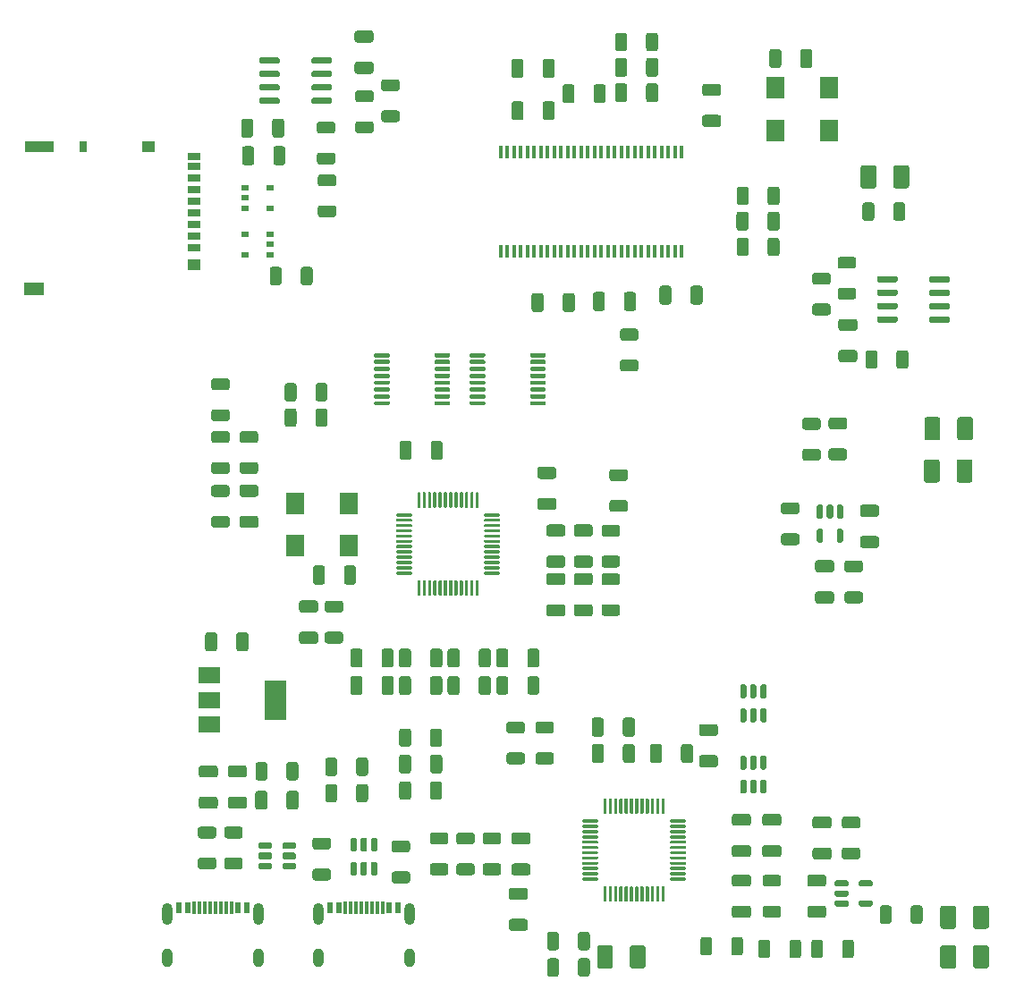
<source format=gtp>
G04 #@! TF.GenerationSoftware,KiCad,Pcbnew,7.0.7-7.0.7~ubuntu23.04.1*
G04 #@! TF.CreationDate,2023-09-22T06:11:18+00:00*
G04 #@! TF.ProjectId,mbed-ce-ci-shield-v2,6d626564-2d63-4652-9d63-692d73686965,0*
G04 #@! TF.SameCoordinates,Original*
G04 #@! TF.FileFunction,Paste,Top*
G04 #@! TF.FilePolarity,Positive*
%FSLAX46Y46*%
G04 Gerber Fmt 4.6, Leading zero omitted, Abs format (unit mm)*
G04 Created by KiCad (PCBNEW 7.0.7-7.0.7~ubuntu23.04.1) date 2023-09-22 06:11:18*
%MOMM*%
%LPD*%
G01*
G04 APERTURE LIST*
%ADD10R,0.400000X1.200000*%
%ADD11R,1.800000X2.000000*%
%ADD12R,0.600000X1.105000*%
%ADD13R,0.300000X1.150000*%
%ADD14O,1.000000X2.100000*%
%ADD15O,1.000000X1.800000*%
%ADD16R,0.800000X0.550000*%
%ADD17R,1.200000X0.700000*%
%ADD18R,0.800000X1.000000*%
%ADD19R,1.200000X1.000000*%
%ADD20R,2.800000X1.000000*%
%ADD21R,1.900000X1.300000*%
%ADD22R,2.000000X1.500000*%
%ADD23R,2.000000X3.800000*%
G04 APERTURE END LIST*
G36*
G01*
X131150000Y-31587659D02*
X132450000Y-31587659D01*
G75*
G02*
X132700000Y-31837659I0J-250000D01*
G01*
X132700000Y-32487659D01*
G75*
G02*
X132450000Y-32737659I-250000J0D01*
G01*
X131150000Y-32737659D01*
G75*
G02*
X130900000Y-32487659I0J250000D01*
G01*
X130900000Y-31837659D01*
G75*
G02*
X131150000Y-31587659I250000J0D01*
G01*
G37*
G36*
G01*
X131150000Y-34537659D02*
X132450000Y-34537659D01*
G75*
G02*
X132700000Y-34787659I0J-250000D01*
G01*
X132700000Y-35437659D01*
G75*
G02*
X132450000Y-35687659I-250000J0D01*
G01*
X131150000Y-35687659D01*
G75*
G02*
X130900000Y-35437659I0J250000D01*
G01*
X130900000Y-34787659D01*
G75*
G02*
X131150000Y-34537659I250000J0D01*
G01*
G37*
G36*
G01*
X116950000Y-33487659D02*
X116950000Y-34787659D01*
G75*
G02*
X116700000Y-35037659I-250000J0D01*
G01*
X116050000Y-35037659D01*
G75*
G02*
X115800000Y-34787659I0J250000D01*
G01*
X115800000Y-33487659D01*
G75*
G02*
X116050000Y-33237659I250000J0D01*
G01*
X116700000Y-33237659D01*
G75*
G02*
X116950000Y-33487659I0J-250000D01*
G01*
G37*
G36*
G01*
X114000000Y-33487659D02*
X114000000Y-34787659D01*
G75*
G02*
X113750000Y-35037659I-250000J0D01*
G01*
X113100000Y-35037659D01*
G75*
G02*
X112850000Y-34787659I0J250000D01*
G01*
X112850000Y-33487659D01*
G75*
G02*
X113100000Y-33237659I250000J0D01*
G01*
X113750000Y-33237659D01*
G75*
G02*
X114000000Y-33487659I0J-250000D01*
G01*
G37*
G36*
G01*
X120450000Y-93150000D02*
X120450000Y-91850000D01*
G75*
G02*
X120700000Y-91600000I250000J0D01*
G01*
X121350000Y-91600000D01*
G75*
G02*
X121600000Y-91850000I0J-250000D01*
G01*
X121600000Y-93150000D01*
G75*
G02*
X121350000Y-93400000I-250000J0D01*
G01*
X120700000Y-93400000D01*
G75*
G02*
X120450000Y-93150000I0J250000D01*
G01*
G37*
G36*
G01*
X123400000Y-93150000D02*
X123400000Y-91850000D01*
G75*
G02*
X123650000Y-91600000I250000J0D01*
G01*
X124300000Y-91600000D01*
G75*
G02*
X124550000Y-91850000I0J-250000D01*
G01*
X124550000Y-93150000D01*
G75*
G02*
X124300000Y-93400000I-250000J0D01*
G01*
X123650000Y-93400000D01*
G75*
G02*
X123400000Y-93150000I0J250000D01*
G01*
G37*
D10*
X128972500Y-38037659D03*
X128337500Y-38037659D03*
X127702500Y-38037659D03*
X127067500Y-38037659D03*
X126432500Y-38037659D03*
X125797500Y-38037659D03*
X125162500Y-38037659D03*
X124527500Y-38037659D03*
X123892500Y-38037659D03*
X123257500Y-38037659D03*
X122622500Y-38037659D03*
X121987500Y-38037659D03*
X121352500Y-38037659D03*
X120717500Y-38037659D03*
X120082500Y-38037659D03*
X119447500Y-38037659D03*
X118812500Y-38037659D03*
X118177500Y-38037659D03*
X117542500Y-38037659D03*
X116907500Y-38037659D03*
X116272500Y-38037659D03*
X115637500Y-38037659D03*
X115002500Y-38037659D03*
X114367500Y-38037659D03*
X113732500Y-38037659D03*
X113097500Y-38037659D03*
X112462500Y-38037659D03*
X111827500Y-38037659D03*
X111827500Y-47437659D03*
X112462500Y-47437659D03*
X113097500Y-47437659D03*
X113732500Y-47437659D03*
X114367500Y-47437659D03*
X115002500Y-47437659D03*
X115637500Y-47437659D03*
X116272500Y-47437659D03*
X116907500Y-47437659D03*
X117542500Y-47437659D03*
X118177500Y-47437659D03*
X118812500Y-47437659D03*
X119447500Y-47437659D03*
X120082500Y-47437659D03*
X120717500Y-47437659D03*
X121352500Y-47437659D03*
X121987500Y-47437659D03*
X122622500Y-47437659D03*
X123257500Y-47437659D03*
X123892500Y-47437659D03*
X124527500Y-47437659D03*
X125162500Y-47437659D03*
X125797500Y-47437659D03*
X126432500Y-47437659D03*
X127067500Y-47437659D03*
X127702500Y-47437659D03*
X128337500Y-47437659D03*
X128972500Y-47437659D03*
G36*
G01*
X120450000Y-95650000D02*
X120450000Y-94350000D01*
G75*
G02*
X120700000Y-94100000I250000J0D01*
G01*
X121350000Y-94100000D01*
G75*
G02*
X121600000Y-94350000I0J-250000D01*
G01*
X121600000Y-95650000D01*
G75*
G02*
X121350000Y-95900000I-250000J0D01*
G01*
X120700000Y-95900000D01*
G75*
G02*
X120450000Y-95650000I0J250000D01*
G01*
G37*
G36*
G01*
X123400000Y-95650000D02*
X123400000Y-94350000D01*
G75*
G02*
X123650000Y-94100000I250000J0D01*
G01*
X124300000Y-94100000D01*
G75*
G02*
X124550000Y-94350000I0J-250000D01*
G01*
X124550000Y-95650000D01*
G75*
G02*
X124300000Y-95900000I-250000J0D01*
G01*
X123650000Y-95900000D01*
G75*
G02*
X123400000Y-95650000I0J250000D01*
G01*
G37*
G36*
G01*
X91350000Y-35150000D02*
X91350000Y-36450000D01*
G75*
G02*
X91100000Y-36700000I-250000J0D01*
G01*
X90450000Y-36700000D01*
G75*
G02*
X90200000Y-36450000I0J250000D01*
G01*
X90200000Y-35150000D01*
G75*
G02*
X90450000Y-34900000I250000J0D01*
G01*
X91100000Y-34900000D01*
G75*
G02*
X91350000Y-35150000I0J-250000D01*
G01*
G37*
G36*
G01*
X88400000Y-35150000D02*
X88400000Y-36450000D01*
G75*
G02*
X88150000Y-36700000I-250000J0D01*
G01*
X87500000Y-36700000D01*
G75*
G02*
X87250000Y-36450000I0J250000D01*
G01*
X87250000Y-35150000D01*
G75*
G02*
X87500000Y-34900000I250000J0D01*
G01*
X88150000Y-34900000D01*
G75*
G02*
X88400000Y-35150000I0J-250000D01*
G01*
G37*
G36*
G01*
X144625000Y-76725000D02*
X145875000Y-76725000D01*
G75*
G02*
X146125000Y-76975000I0J-250000D01*
G01*
X146125000Y-77600000D01*
G75*
G02*
X145875000Y-77850000I-250000J0D01*
G01*
X144625000Y-77850000D01*
G75*
G02*
X144375000Y-77600000I0J250000D01*
G01*
X144375000Y-76975000D01*
G75*
G02*
X144625000Y-76725000I250000J0D01*
G01*
G37*
G36*
G01*
X144625000Y-79650000D02*
X145875000Y-79650000D01*
G75*
G02*
X146125000Y-79900000I0J-250000D01*
G01*
X146125000Y-80525000D01*
G75*
G02*
X145875000Y-80775000I-250000J0D01*
G01*
X144625000Y-80775000D01*
G75*
G02*
X144375000Y-80525000I0J250000D01*
G01*
X144375000Y-79900000D01*
G75*
G02*
X144625000Y-79650000I250000J0D01*
G01*
G37*
G36*
G01*
X138225000Y-41575000D02*
X138225000Y-42825000D01*
G75*
G02*
X137975000Y-43075000I-250000J0D01*
G01*
X137350000Y-43075000D01*
G75*
G02*
X137100000Y-42825000I0J250000D01*
G01*
X137100000Y-41575000D01*
G75*
G02*
X137350000Y-41325000I250000J0D01*
G01*
X137975000Y-41325000D01*
G75*
G02*
X138225000Y-41575000I0J-250000D01*
G01*
G37*
G36*
G01*
X135300000Y-41575000D02*
X135300000Y-42825000D01*
G75*
G02*
X135050000Y-43075000I-250000J0D01*
G01*
X134425000Y-43075000D01*
G75*
G02*
X134175000Y-42825000I0J250000D01*
G01*
X134175000Y-41575000D01*
G75*
G02*
X134425000Y-41325000I250000J0D01*
G01*
X135050000Y-41325000D01*
G75*
G02*
X135300000Y-41575000I0J-250000D01*
G01*
G37*
G36*
G01*
X143150000Y-80800000D02*
X141850000Y-80800000D01*
G75*
G02*
X141600000Y-80550000I0J250000D01*
G01*
X141600000Y-79900000D01*
G75*
G02*
X141850000Y-79650000I250000J0D01*
G01*
X143150000Y-79650000D01*
G75*
G02*
X143400000Y-79900000I0J-250000D01*
G01*
X143400000Y-80550000D01*
G75*
G02*
X143150000Y-80800000I-250000J0D01*
G01*
G37*
G36*
G01*
X143150000Y-77850000D02*
X141850000Y-77850000D01*
G75*
G02*
X141600000Y-77600000I0J250000D01*
G01*
X141600000Y-76950000D01*
G75*
G02*
X141850000Y-76700000I250000J0D01*
G01*
X143150000Y-76700000D01*
G75*
G02*
X143400000Y-76950000I0J-250000D01*
G01*
X143400000Y-77600000D01*
G75*
G02*
X143150000Y-77850000I-250000J0D01*
G01*
G37*
G36*
G01*
X145625000Y-105025000D02*
X144375000Y-105025000D01*
G75*
G02*
X144125000Y-104775000I0J250000D01*
G01*
X144125000Y-104150000D01*
G75*
G02*
X144375000Y-103900000I250000J0D01*
G01*
X145625000Y-103900000D01*
G75*
G02*
X145875000Y-104150000I0J-250000D01*
G01*
X145875000Y-104775000D01*
G75*
G02*
X145625000Y-105025000I-250000J0D01*
G01*
G37*
G36*
G01*
X145625000Y-102100000D02*
X144375000Y-102100000D01*
G75*
G02*
X144125000Y-101850000I0J250000D01*
G01*
X144125000Y-101225000D01*
G75*
G02*
X144375000Y-100975000I250000J0D01*
G01*
X145625000Y-100975000D01*
G75*
G02*
X145875000Y-101225000I0J-250000D01*
G01*
X145875000Y-101850000D01*
G75*
G02*
X145625000Y-102100000I-250000J0D01*
G01*
G37*
G36*
G01*
X113100000Y-102450000D02*
X114400000Y-102450000D01*
G75*
G02*
X114650000Y-102700000I0J-250000D01*
G01*
X114650000Y-103350000D01*
G75*
G02*
X114400000Y-103600000I-250000J0D01*
G01*
X113100000Y-103600000D01*
G75*
G02*
X112850000Y-103350000I0J250000D01*
G01*
X112850000Y-102700000D01*
G75*
G02*
X113100000Y-102450000I250000J0D01*
G01*
G37*
G36*
G01*
X113100000Y-105400000D02*
X114400000Y-105400000D01*
G75*
G02*
X114650000Y-105650000I0J-250000D01*
G01*
X114650000Y-106300000D01*
G75*
G02*
X114400000Y-106550000I-250000J0D01*
G01*
X113100000Y-106550000D01*
G75*
G02*
X112850000Y-106300000I0J250000D01*
G01*
X112850000Y-105650000D01*
G75*
G02*
X113100000Y-105400000I250000J0D01*
G01*
G37*
G36*
G01*
X119000000Y-77912500D02*
X120300000Y-77912500D01*
G75*
G02*
X120550000Y-78162500I0J-250000D01*
G01*
X120550000Y-78812500D01*
G75*
G02*
X120300000Y-79062500I-250000J0D01*
G01*
X119000000Y-79062500D01*
G75*
G02*
X118750000Y-78812500I0J250000D01*
G01*
X118750000Y-78162500D01*
G75*
G02*
X119000000Y-77912500I250000J0D01*
G01*
G37*
G36*
G01*
X119000000Y-80862500D02*
X120300000Y-80862500D01*
G75*
G02*
X120550000Y-81112500I0J-250000D01*
G01*
X120550000Y-81762500D01*
G75*
G02*
X120300000Y-82012500I-250000J0D01*
G01*
X119000000Y-82012500D01*
G75*
G02*
X118750000Y-81762500I0J250000D01*
G01*
X118750000Y-81112500D01*
G75*
G02*
X119000000Y-80862500I250000J0D01*
G01*
G37*
G36*
G01*
X98250000Y-26550000D02*
X99550000Y-26550000D01*
G75*
G02*
X99800000Y-26800000I0J-250000D01*
G01*
X99800000Y-27450000D01*
G75*
G02*
X99550000Y-27700000I-250000J0D01*
G01*
X98250000Y-27700000D01*
G75*
G02*
X98000000Y-27450000I0J250000D01*
G01*
X98000000Y-26800000D01*
G75*
G02*
X98250000Y-26550000I250000J0D01*
G01*
G37*
G36*
G01*
X98250000Y-29500000D02*
X99550000Y-29500000D01*
G75*
G02*
X99800000Y-29750000I0J-250000D01*
G01*
X99800000Y-30400000D01*
G75*
G02*
X99550000Y-30650000I-250000J0D01*
G01*
X98250000Y-30650000D01*
G75*
G02*
X98000000Y-30400000I0J250000D01*
G01*
X98000000Y-29750000D01*
G75*
G02*
X98250000Y-29500000I250000J0D01*
G01*
G37*
G36*
G01*
X101700000Y-87912500D02*
X101700000Y-89212500D01*
G75*
G02*
X101450000Y-89462500I-250000J0D01*
G01*
X100800000Y-89462500D01*
G75*
G02*
X100550000Y-89212500I0J250000D01*
G01*
X100550000Y-87912500D01*
G75*
G02*
X100800000Y-87662500I250000J0D01*
G01*
X101450000Y-87662500D01*
G75*
G02*
X101700000Y-87912500I0J-250000D01*
G01*
G37*
G36*
G01*
X98750000Y-87912500D02*
X98750000Y-89212500D01*
G75*
G02*
X98500000Y-89462500I-250000J0D01*
G01*
X97850000Y-89462500D01*
G75*
G02*
X97600000Y-89212500I0J250000D01*
G01*
X97600000Y-87912500D01*
G75*
G02*
X97850000Y-87662500I250000J0D01*
G01*
X98500000Y-87662500D01*
G75*
G02*
X98750000Y-87912500I0J-250000D01*
G01*
G37*
G36*
G01*
X95425000Y-60175000D02*
X95425000Y-61425000D01*
G75*
G02*
X95175000Y-61675000I-250000J0D01*
G01*
X94550000Y-61675000D01*
G75*
G02*
X94300000Y-61425000I0J250000D01*
G01*
X94300000Y-60175000D01*
G75*
G02*
X94550000Y-59925000I250000J0D01*
G01*
X95175000Y-59925000D01*
G75*
G02*
X95425000Y-60175000I0J-250000D01*
G01*
G37*
G36*
G01*
X92500000Y-60175000D02*
X92500000Y-61425000D01*
G75*
G02*
X92250000Y-61675000I-250000J0D01*
G01*
X91625000Y-61675000D01*
G75*
G02*
X91375000Y-61425000I0J250000D01*
G01*
X91375000Y-60175000D01*
G75*
G02*
X91625000Y-59925000I250000J0D01*
G01*
X92250000Y-59925000D01*
G75*
G02*
X92500000Y-60175000I0J-250000D01*
G01*
G37*
G36*
G01*
X84800000Y-100225000D02*
X83500000Y-100225000D01*
G75*
G02*
X83250000Y-99975000I0J250000D01*
G01*
X83250000Y-99325000D01*
G75*
G02*
X83500000Y-99075000I250000J0D01*
G01*
X84800000Y-99075000D01*
G75*
G02*
X85050000Y-99325000I0J-250000D01*
G01*
X85050000Y-99975000D01*
G75*
G02*
X84800000Y-100225000I-250000J0D01*
G01*
G37*
G36*
G01*
X84800000Y-97275000D02*
X83500000Y-97275000D01*
G75*
G02*
X83250000Y-97025000I0J250000D01*
G01*
X83250000Y-96375000D01*
G75*
G02*
X83500000Y-96125000I250000J0D01*
G01*
X84800000Y-96125000D01*
G75*
G02*
X85050000Y-96375000I0J-250000D01*
G01*
X85050000Y-97025000D01*
G75*
G02*
X84800000Y-97275000I-250000J0D01*
G01*
G37*
G36*
G01*
X107050000Y-61737500D02*
X107050000Y-61937500D01*
G75*
G02*
X106950000Y-62037500I-100000J0D01*
G01*
X105675000Y-62037500D01*
G75*
G02*
X105575000Y-61937500I0J100000D01*
G01*
X105575000Y-61737500D01*
G75*
G02*
X105675000Y-61637500I100000J0D01*
G01*
X106950000Y-61637500D01*
G75*
G02*
X107050000Y-61737500I0J-100000D01*
G01*
G37*
G36*
G01*
X107050000Y-61087500D02*
X107050000Y-61287500D01*
G75*
G02*
X106950000Y-61387500I-100000J0D01*
G01*
X105675000Y-61387500D01*
G75*
G02*
X105575000Y-61287500I0J100000D01*
G01*
X105575000Y-61087500D01*
G75*
G02*
X105675000Y-60987500I100000J0D01*
G01*
X106950000Y-60987500D01*
G75*
G02*
X107050000Y-61087500I0J-100000D01*
G01*
G37*
G36*
G01*
X107050000Y-60437500D02*
X107050000Y-60637500D01*
G75*
G02*
X106950000Y-60737500I-100000J0D01*
G01*
X105675000Y-60737500D01*
G75*
G02*
X105575000Y-60637500I0J100000D01*
G01*
X105575000Y-60437500D01*
G75*
G02*
X105675000Y-60337500I100000J0D01*
G01*
X106950000Y-60337500D01*
G75*
G02*
X107050000Y-60437500I0J-100000D01*
G01*
G37*
G36*
G01*
X107050000Y-59787500D02*
X107050000Y-59987500D01*
G75*
G02*
X106950000Y-60087500I-100000J0D01*
G01*
X105675000Y-60087500D01*
G75*
G02*
X105575000Y-59987500I0J100000D01*
G01*
X105575000Y-59787500D01*
G75*
G02*
X105675000Y-59687500I100000J0D01*
G01*
X106950000Y-59687500D01*
G75*
G02*
X107050000Y-59787500I0J-100000D01*
G01*
G37*
G36*
G01*
X107050000Y-59137500D02*
X107050000Y-59337500D01*
G75*
G02*
X106950000Y-59437500I-100000J0D01*
G01*
X105675000Y-59437500D01*
G75*
G02*
X105575000Y-59337500I0J100000D01*
G01*
X105575000Y-59137500D01*
G75*
G02*
X105675000Y-59037500I100000J0D01*
G01*
X106950000Y-59037500D01*
G75*
G02*
X107050000Y-59137500I0J-100000D01*
G01*
G37*
G36*
G01*
X107050000Y-58487500D02*
X107050000Y-58687500D01*
G75*
G02*
X106950000Y-58787500I-100000J0D01*
G01*
X105675000Y-58787500D01*
G75*
G02*
X105575000Y-58687500I0J100000D01*
G01*
X105575000Y-58487500D01*
G75*
G02*
X105675000Y-58387500I100000J0D01*
G01*
X106950000Y-58387500D01*
G75*
G02*
X107050000Y-58487500I0J-100000D01*
G01*
G37*
G36*
G01*
X107050000Y-57837500D02*
X107050000Y-58037500D01*
G75*
G02*
X106950000Y-58137500I-100000J0D01*
G01*
X105675000Y-58137500D01*
G75*
G02*
X105575000Y-58037500I0J100000D01*
G01*
X105575000Y-57837500D01*
G75*
G02*
X105675000Y-57737500I100000J0D01*
G01*
X106950000Y-57737500D01*
G75*
G02*
X107050000Y-57837500I0J-100000D01*
G01*
G37*
G36*
G01*
X107050000Y-57187500D02*
X107050000Y-57387500D01*
G75*
G02*
X106950000Y-57487500I-100000J0D01*
G01*
X105675000Y-57487500D01*
G75*
G02*
X105575000Y-57387500I0J100000D01*
G01*
X105575000Y-57187500D01*
G75*
G02*
X105675000Y-57087500I100000J0D01*
G01*
X106950000Y-57087500D01*
G75*
G02*
X107050000Y-57187500I0J-100000D01*
G01*
G37*
G36*
G01*
X101325000Y-57187500D02*
X101325000Y-57387500D01*
G75*
G02*
X101225000Y-57487500I-100000J0D01*
G01*
X99950000Y-57487500D01*
G75*
G02*
X99850000Y-57387500I0J100000D01*
G01*
X99850000Y-57187500D01*
G75*
G02*
X99950000Y-57087500I100000J0D01*
G01*
X101225000Y-57087500D01*
G75*
G02*
X101325000Y-57187500I0J-100000D01*
G01*
G37*
G36*
G01*
X101325000Y-57837500D02*
X101325000Y-58037500D01*
G75*
G02*
X101225000Y-58137500I-100000J0D01*
G01*
X99950000Y-58137500D01*
G75*
G02*
X99850000Y-58037500I0J100000D01*
G01*
X99850000Y-57837500D01*
G75*
G02*
X99950000Y-57737500I100000J0D01*
G01*
X101225000Y-57737500D01*
G75*
G02*
X101325000Y-57837500I0J-100000D01*
G01*
G37*
G36*
G01*
X101325000Y-58487500D02*
X101325000Y-58687500D01*
G75*
G02*
X101225000Y-58787500I-100000J0D01*
G01*
X99950000Y-58787500D01*
G75*
G02*
X99850000Y-58687500I0J100000D01*
G01*
X99850000Y-58487500D01*
G75*
G02*
X99950000Y-58387500I100000J0D01*
G01*
X101225000Y-58387500D01*
G75*
G02*
X101325000Y-58487500I0J-100000D01*
G01*
G37*
G36*
G01*
X101325000Y-59137500D02*
X101325000Y-59337500D01*
G75*
G02*
X101225000Y-59437500I-100000J0D01*
G01*
X99950000Y-59437500D01*
G75*
G02*
X99850000Y-59337500I0J100000D01*
G01*
X99850000Y-59137500D01*
G75*
G02*
X99950000Y-59037500I100000J0D01*
G01*
X101225000Y-59037500D01*
G75*
G02*
X101325000Y-59137500I0J-100000D01*
G01*
G37*
G36*
G01*
X101325000Y-59787500D02*
X101325000Y-59987500D01*
G75*
G02*
X101225000Y-60087500I-100000J0D01*
G01*
X99950000Y-60087500D01*
G75*
G02*
X99850000Y-59987500I0J100000D01*
G01*
X99850000Y-59787500D01*
G75*
G02*
X99950000Y-59687500I100000J0D01*
G01*
X101225000Y-59687500D01*
G75*
G02*
X101325000Y-59787500I0J-100000D01*
G01*
G37*
G36*
G01*
X101325000Y-60437500D02*
X101325000Y-60637500D01*
G75*
G02*
X101225000Y-60737500I-100000J0D01*
G01*
X99950000Y-60737500D01*
G75*
G02*
X99850000Y-60637500I0J100000D01*
G01*
X99850000Y-60437500D01*
G75*
G02*
X99950000Y-60337500I100000J0D01*
G01*
X101225000Y-60337500D01*
G75*
G02*
X101325000Y-60437500I0J-100000D01*
G01*
G37*
G36*
G01*
X101325000Y-61087500D02*
X101325000Y-61287500D01*
G75*
G02*
X101225000Y-61387500I-100000J0D01*
G01*
X99950000Y-61387500D01*
G75*
G02*
X99850000Y-61287500I0J100000D01*
G01*
X99850000Y-61087500D01*
G75*
G02*
X99950000Y-60987500I100000J0D01*
G01*
X101225000Y-60987500D01*
G75*
G02*
X101325000Y-61087500I0J-100000D01*
G01*
G37*
G36*
G01*
X101325000Y-61737500D02*
X101325000Y-61937500D01*
G75*
G02*
X101225000Y-62037500I-100000J0D01*
G01*
X99950000Y-62037500D01*
G75*
G02*
X99850000Y-61937500I0J100000D01*
G01*
X99850000Y-61737500D01*
G75*
G02*
X99950000Y-61637500I100000J0D01*
G01*
X101225000Y-61637500D01*
G75*
G02*
X101325000Y-61737500I0J-100000D01*
G01*
G37*
G36*
G01*
X136550000Y-95200000D02*
X136850000Y-95200000D01*
G75*
G02*
X137000000Y-95350000I0J-150000D01*
G01*
X137000000Y-96375000D01*
G75*
G02*
X136850000Y-96525000I-150000J0D01*
G01*
X136550000Y-96525000D01*
G75*
G02*
X136400000Y-96375000I0J150000D01*
G01*
X136400000Y-95350000D01*
G75*
G02*
X136550000Y-95200000I150000J0D01*
G01*
G37*
G36*
G01*
X135600000Y-95200000D02*
X135900000Y-95200000D01*
G75*
G02*
X136050000Y-95350000I0J-150000D01*
G01*
X136050000Y-96375000D01*
G75*
G02*
X135900000Y-96525000I-150000J0D01*
G01*
X135600000Y-96525000D01*
G75*
G02*
X135450000Y-96375000I0J150000D01*
G01*
X135450000Y-95350000D01*
G75*
G02*
X135600000Y-95200000I150000J0D01*
G01*
G37*
G36*
G01*
X134650000Y-95200000D02*
X134950000Y-95200000D01*
G75*
G02*
X135100000Y-95350000I0J-150000D01*
G01*
X135100000Y-96375000D01*
G75*
G02*
X134950000Y-96525000I-150000J0D01*
G01*
X134650000Y-96525000D01*
G75*
G02*
X134500000Y-96375000I0J150000D01*
G01*
X134500000Y-95350000D01*
G75*
G02*
X134650000Y-95200000I150000J0D01*
G01*
G37*
G36*
G01*
X134650000Y-97475000D02*
X134950000Y-97475000D01*
G75*
G02*
X135100000Y-97625000I0J-150000D01*
G01*
X135100000Y-98650000D01*
G75*
G02*
X134950000Y-98800000I-150000J0D01*
G01*
X134650000Y-98800000D01*
G75*
G02*
X134500000Y-98650000I0J150000D01*
G01*
X134500000Y-97625000D01*
G75*
G02*
X134650000Y-97475000I150000J0D01*
G01*
G37*
G36*
G01*
X135600000Y-97475000D02*
X135900000Y-97475000D01*
G75*
G02*
X136050000Y-97625000I0J-150000D01*
G01*
X136050000Y-98650000D01*
G75*
G02*
X135900000Y-98800000I-150000J0D01*
G01*
X135600000Y-98800000D01*
G75*
G02*
X135450000Y-98650000I0J150000D01*
G01*
X135450000Y-97625000D01*
G75*
G02*
X135600000Y-97475000I150000J0D01*
G01*
G37*
G36*
G01*
X136550000Y-97475000D02*
X136850000Y-97475000D01*
G75*
G02*
X137000000Y-97625000I0J-150000D01*
G01*
X137000000Y-98650000D01*
G75*
G02*
X136850000Y-98800000I-150000J0D01*
G01*
X136550000Y-98800000D01*
G75*
G02*
X136400000Y-98650000I0J150000D01*
G01*
X136400000Y-97625000D01*
G75*
G02*
X136550000Y-97475000I150000J0D01*
G01*
G37*
G36*
G01*
X126725000Y-27012659D02*
X126725000Y-28262659D01*
G75*
G02*
X126475000Y-28512659I-250000J0D01*
G01*
X125850000Y-28512659D01*
G75*
G02*
X125600000Y-28262659I0J250000D01*
G01*
X125600000Y-27012659D01*
G75*
G02*
X125850000Y-26762659I250000J0D01*
G01*
X126475000Y-26762659D01*
G75*
G02*
X126725000Y-27012659I0J-250000D01*
G01*
G37*
G36*
G01*
X123800000Y-27012659D02*
X123800000Y-28262659D01*
G75*
G02*
X123550000Y-28512659I-250000J0D01*
G01*
X122925000Y-28512659D01*
G75*
G02*
X122675000Y-28262659I0J250000D01*
G01*
X122675000Y-27012659D01*
G75*
G02*
X122925000Y-26762659I250000J0D01*
G01*
X123550000Y-26762659D01*
G75*
G02*
X123800000Y-27012659I0J-250000D01*
G01*
G37*
G36*
G01*
X111750000Y-77837500D02*
X111750000Y-77987500D01*
G75*
G02*
X111675000Y-78062500I-75000J0D01*
G01*
X110350000Y-78062500D01*
G75*
G02*
X110275000Y-77987500I0J75000D01*
G01*
X110275000Y-77837500D01*
G75*
G02*
X110350000Y-77762500I75000J0D01*
G01*
X111675000Y-77762500D01*
G75*
G02*
X111750000Y-77837500I0J-75000D01*
G01*
G37*
G36*
G01*
X111750000Y-77337500D02*
X111750000Y-77487500D01*
G75*
G02*
X111675000Y-77562500I-75000J0D01*
G01*
X110350000Y-77562500D01*
G75*
G02*
X110275000Y-77487500I0J75000D01*
G01*
X110275000Y-77337500D01*
G75*
G02*
X110350000Y-77262500I75000J0D01*
G01*
X111675000Y-77262500D01*
G75*
G02*
X111750000Y-77337500I0J-75000D01*
G01*
G37*
G36*
G01*
X111750000Y-76837500D02*
X111750000Y-76987500D01*
G75*
G02*
X111675000Y-77062500I-75000J0D01*
G01*
X110350000Y-77062500D01*
G75*
G02*
X110275000Y-76987500I0J75000D01*
G01*
X110275000Y-76837500D01*
G75*
G02*
X110350000Y-76762500I75000J0D01*
G01*
X111675000Y-76762500D01*
G75*
G02*
X111750000Y-76837500I0J-75000D01*
G01*
G37*
G36*
G01*
X111750000Y-76337500D02*
X111750000Y-76487500D01*
G75*
G02*
X111675000Y-76562500I-75000J0D01*
G01*
X110350000Y-76562500D01*
G75*
G02*
X110275000Y-76487500I0J75000D01*
G01*
X110275000Y-76337500D01*
G75*
G02*
X110350000Y-76262500I75000J0D01*
G01*
X111675000Y-76262500D01*
G75*
G02*
X111750000Y-76337500I0J-75000D01*
G01*
G37*
G36*
G01*
X111750000Y-75837500D02*
X111750000Y-75987500D01*
G75*
G02*
X111675000Y-76062500I-75000J0D01*
G01*
X110350000Y-76062500D01*
G75*
G02*
X110275000Y-75987500I0J75000D01*
G01*
X110275000Y-75837500D01*
G75*
G02*
X110350000Y-75762500I75000J0D01*
G01*
X111675000Y-75762500D01*
G75*
G02*
X111750000Y-75837500I0J-75000D01*
G01*
G37*
G36*
G01*
X111750000Y-75337500D02*
X111750000Y-75487500D01*
G75*
G02*
X111675000Y-75562500I-75000J0D01*
G01*
X110350000Y-75562500D01*
G75*
G02*
X110275000Y-75487500I0J75000D01*
G01*
X110275000Y-75337500D01*
G75*
G02*
X110350000Y-75262500I75000J0D01*
G01*
X111675000Y-75262500D01*
G75*
G02*
X111750000Y-75337500I0J-75000D01*
G01*
G37*
G36*
G01*
X111750000Y-74837500D02*
X111750000Y-74987500D01*
G75*
G02*
X111675000Y-75062500I-75000J0D01*
G01*
X110350000Y-75062500D01*
G75*
G02*
X110275000Y-74987500I0J75000D01*
G01*
X110275000Y-74837500D01*
G75*
G02*
X110350000Y-74762500I75000J0D01*
G01*
X111675000Y-74762500D01*
G75*
G02*
X111750000Y-74837500I0J-75000D01*
G01*
G37*
G36*
G01*
X111750000Y-74337500D02*
X111750000Y-74487500D01*
G75*
G02*
X111675000Y-74562500I-75000J0D01*
G01*
X110350000Y-74562500D01*
G75*
G02*
X110275000Y-74487500I0J75000D01*
G01*
X110275000Y-74337500D01*
G75*
G02*
X110350000Y-74262500I75000J0D01*
G01*
X111675000Y-74262500D01*
G75*
G02*
X111750000Y-74337500I0J-75000D01*
G01*
G37*
G36*
G01*
X111750000Y-73837500D02*
X111750000Y-73987500D01*
G75*
G02*
X111675000Y-74062500I-75000J0D01*
G01*
X110350000Y-74062500D01*
G75*
G02*
X110275000Y-73987500I0J75000D01*
G01*
X110275000Y-73837500D01*
G75*
G02*
X110350000Y-73762500I75000J0D01*
G01*
X111675000Y-73762500D01*
G75*
G02*
X111750000Y-73837500I0J-75000D01*
G01*
G37*
G36*
G01*
X111750000Y-73337500D02*
X111750000Y-73487500D01*
G75*
G02*
X111675000Y-73562500I-75000J0D01*
G01*
X110350000Y-73562500D01*
G75*
G02*
X110275000Y-73487500I0J75000D01*
G01*
X110275000Y-73337500D01*
G75*
G02*
X110350000Y-73262500I75000J0D01*
G01*
X111675000Y-73262500D01*
G75*
G02*
X111750000Y-73337500I0J-75000D01*
G01*
G37*
G36*
G01*
X111750000Y-72837500D02*
X111750000Y-72987500D01*
G75*
G02*
X111675000Y-73062500I-75000J0D01*
G01*
X110350000Y-73062500D01*
G75*
G02*
X110275000Y-72987500I0J75000D01*
G01*
X110275000Y-72837500D01*
G75*
G02*
X110350000Y-72762500I75000J0D01*
G01*
X111675000Y-72762500D01*
G75*
G02*
X111750000Y-72837500I0J-75000D01*
G01*
G37*
G36*
G01*
X111750000Y-72337500D02*
X111750000Y-72487500D01*
G75*
G02*
X111675000Y-72562500I-75000J0D01*
G01*
X110350000Y-72562500D01*
G75*
G02*
X110275000Y-72487500I0J75000D01*
G01*
X110275000Y-72337500D01*
G75*
G02*
X110350000Y-72262500I75000J0D01*
G01*
X111675000Y-72262500D01*
G75*
G02*
X111750000Y-72337500I0J-75000D01*
G01*
G37*
G36*
G01*
X109750000Y-70337500D02*
X109750000Y-71662500D01*
G75*
G02*
X109675000Y-71737500I-75000J0D01*
G01*
X109525000Y-71737500D01*
G75*
G02*
X109450000Y-71662500I0J75000D01*
G01*
X109450000Y-70337500D01*
G75*
G02*
X109525000Y-70262500I75000J0D01*
G01*
X109675000Y-70262500D01*
G75*
G02*
X109750000Y-70337500I0J-75000D01*
G01*
G37*
G36*
G01*
X109250000Y-70337500D02*
X109250000Y-71662500D01*
G75*
G02*
X109175000Y-71737500I-75000J0D01*
G01*
X109025000Y-71737500D01*
G75*
G02*
X108950000Y-71662500I0J75000D01*
G01*
X108950000Y-70337500D01*
G75*
G02*
X109025000Y-70262500I75000J0D01*
G01*
X109175000Y-70262500D01*
G75*
G02*
X109250000Y-70337500I0J-75000D01*
G01*
G37*
G36*
G01*
X108750000Y-70337500D02*
X108750000Y-71662500D01*
G75*
G02*
X108675000Y-71737500I-75000J0D01*
G01*
X108525000Y-71737500D01*
G75*
G02*
X108450000Y-71662500I0J75000D01*
G01*
X108450000Y-70337500D01*
G75*
G02*
X108525000Y-70262500I75000J0D01*
G01*
X108675000Y-70262500D01*
G75*
G02*
X108750000Y-70337500I0J-75000D01*
G01*
G37*
G36*
G01*
X108250000Y-70337500D02*
X108250000Y-71662500D01*
G75*
G02*
X108175000Y-71737500I-75000J0D01*
G01*
X108025000Y-71737500D01*
G75*
G02*
X107950000Y-71662500I0J75000D01*
G01*
X107950000Y-70337500D01*
G75*
G02*
X108025000Y-70262500I75000J0D01*
G01*
X108175000Y-70262500D01*
G75*
G02*
X108250000Y-70337500I0J-75000D01*
G01*
G37*
G36*
G01*
X107750000Y-70337500D02*
X107750000Y-71662500D01*
G75*
G02*
X107675000Y-71737500I-75000J0D01*
G01*
X107525000Y-71737500D01*
G75*
G02*
X107450000Y-71662500I0J75000D01*
G01*
X107450000Y-70337500D01*
G75*
G02*
X107525000Y-70262500I75000J0D01*
G01*
X107675000Y-70262500D01*
G75*
G02*
X107750000Y-70337500I0J-75000D01*
G01*
G37*
G36*
G01*
X107250000Y-70337500D02*
X107250000Y-71662500D01*
G75*
G02*
X107175000Y-71737500I-75000J0D01*
G01*
X107025000Y-71737500D01*
G75*
G02*
X106950000Y-71662500I0J75000D01*
G01*
X106950000Y-70337500D01*
G75*
G02*
X107025000Y-70262500I75000J0D01*
G01*
X107175000Y-70262500D01*
G75*
G02*
X107250000Y-70337500I0J-75000D01*
G01*
G37*
G36*
G01*
X106750000Y-70337500D02*
X106750000Y-71662500D01*
G75*
G02*
X106675000Y-71737500I-75000J0D01*
G01*
X106525000Y-71737500D01*
G75*
G02*
X106450000Y-71662500I0J75000D01*
G01*
X106450000Y-70337500D01*
G75*
G02*
X106525000Y-70262500I75000J0D01*
G01*
X106675000Y-70262500D01*
G75*
G02*
X106750000Y-70337500I0J-75000D01*
G01*
G37*
G36*
G01*
X106250000Y-70337500D02*
X106250000Y-71662500D01*
G75*
G02*
X106175000Y-71737500I-75000J0D01*
G01*
X106025000Y-71737500D01*
G75*
G02*
X105950000Y-71662500I0J75000D01*
G01*
X105950000Y-70337500D01*
G75*
G02*
X106025000Y-70262500I75000J0D01*
G01*
X106175000Y-70262500D01*
G75*
G02*
X106250000Y-70337500I0J-75000D01*
G01*
G37*
G36*
G01*
X105750000Y-70337500D02*
X105750000Y-71662500D01*
G75*
G02*
X105675000Y-71737500I-75000J0D01*
G01*
X105525000Y-71737500D01*
G75*
G02*
X105450000Y-71662500I0J75000D01*
G01*
X105450000Y-70337500D01*
G75*
G02*
X105525000Y-70262500I75000J0D01*
G01*
X105675000Y-70262500D01*
G75*
G02*
X105750000Y-70337500I0J-75000D01*
G01*
G37*
G36*
G01*
X105250000Y-70337500D02*
X105250000Y-71662500D01*
G75*
G02*
X105175000Y-71737500I-75000J0D01*
G01*
X105025000Y-71737500D01*
G75*
G02*
X104950000Y-71662500I0J75000D01*
G01*
X104950000Y-70337500D01*
G75*
G02*
X105025000Y-70262500I75000J0D01*
G01*
X105175000Y-70262500D01*
G75*
G02*
X105250000Y-70337500I0J-75000D01*
G01*
G37*
G36*
G01*
X104750000Y-70337500D02*
X104750000Y-71662500D01*
G75*
G02*
X104675000Y-71737500I-75000J0D01*
G01*
X104525000Y-71737500D01*
G75*
G02*
X104450000Y-71662500I0J75000D01*
G01*
X104450000Y-70337500D01*
G75*
G02*
X104525000Y-70262500I75000J0D01*
G01*
X104675000Y-70262500D01*
G75*
G02*
X104750000Y-70337500I0J-75000D01*
G01*
G37*
G36*
G01*
X104250000Y-70337500D02*
X104250000Y-71662500D01*
G75*
G02*
X104175000Y-71737500I-75000J0D01*
G01*
X104025000Y-71737500D01*
G75*
G02*
X103950000Y-71662500I0J75000D01*
G01*
X103950000Y-70337500D01*
G75*
G02*
X104025000Y-70262500I75000J0D01*
G01*
X104175000Y-70262500D01*
G75*
G02*
X104250000Y-70337500I0J-75000D01*
G01*
G37*
G36*
G01*
X103425000Y-72337500D02*
X103425000Y-72487500D01*
G75*
G02*
X103350000Y-72562500I-75000J0D01*
G01*
X102025000Y-72562500D01*
G75*
G02*
X101950000Y-72487500I0J75000D01*
G01*
X101950000Y-72337500D01*
G75*
G02*
X102025000Y-72262500I75000J0D01*
G01*
X103350000Y-72262500D01*
G75*
G02*
X103425000Y-72337500I0J-75000D01*
G01*
G37*
G36*
G01*
X103425000Y-72837500D02*
X103425000Y-72987500D01*
G75*
G02*
X103350000Y-73062500I-75000J0D01*
G01*
X102025000Y-73062500D01*
G75*
G02*
X101950000Y-72987500I0J75000D01*
G01*
X101950000Y-72837500D01*
G75*
G02*
X102025000Y-72762500I75000J0D01*
G01*
X103350000Y-72762500D01*
G75*
G02*
X103425000Y-72837500I0J-75000D01*
G01*
G37*
G36*
G01*
X103425000Y-73337500D02*
X103425000Y-73487500D01*
G75*
G02*
X103350000Y-73562500I-75000J0D01*
G01*
X102025000Y-73562500D01*
G75*
G02*
X101950000Y-73487500I0J75000D01*
G01*
X101950000Y-73337500D01*
G75*
G02*
X102025000Y-73262500I75000J0D01*
G01*
X103350000Y-73262500D01*
G75*
G02*
X103425000Y-73337500I0J-75000D01*
G01*
G37*
G36*
G01*
X103425000Y-73837500D02*
X103425000Y-73987500D01*
G75*
G02*
X103350000Y-74062500I-75000J0D01*
G01*
X102025000Y-74062500D01*
G75*
G02*
X101950000Y-73987500I0J75000D01*
G01*
X101950000Y-73837500D01*
G75*
G02*
X102025000Y-73762500I75000J0D01*
G01*
X103350000Y-73762500D01*
G75*
G02*
X103425000Y-73837500I0J-75000D01*
G01*
G37*
G36*
G01*
X103425000Y-74337500D02*
X103425000Y-74487500D01*
G75*
G02*
X103350000Y-74562500I-75000J0D01*
G01*
X102025000Y-74562500D01*
G75*
G02*
X101950000Y-74487500I0J75000D01*
G01*
X101950000Y-74337500D01*
G75*
G02*
X102025000Y-74262500I75000J0D01*
G01*
X103350000Y-74262500D01*
G75*
G02*
X103425000Y-74337500I0J-75000D01*
G01*
G37*
G36*
G01*
X103425000Y-74837500D02*
X103425000Y-74987500D01*
G75*
G02*
X103350000Y-75062500I-75000J0D01*
G01*
X102025000Y-75062500D01*
G75*
G02*
X101950000Y-74987500I0J75000D01*
G01*
X101950000Y-74837500D01*
G75*
G02*
X102025000Y-74762500I75000J0D01*
G01*
X103350000Y-74762500D01*
G75*
G02*
X103425000Y-74837500I0J-75000D01*
G01*
G37*
G36*
G01*
X103425000Y-75337500D02*
X103425000Y-75487500D01*
G75*
G02*
X103350000Y-75562500I-75000J0D01*
G01*
X102025000Y-75562500D01*
G75*
G02*
X101950000Y-75487500I0J75000D01*
G01*
X101950000Y-75337500D01*
G75*
G02*
X102025000Y-75262500I75000J0D01*
G01*
X103350000Y-75262500D01*
G75*
G02*
X103425000Y-75337500I0J-75000D01*
G01*
G37*
G36*
G01*
X103425000Y-75837500D02*
X103425000Y-75987500D01*
G75*
G02*
X103350000Y-76062500I-75000J0D01*
G01*
X102025000Y-76062500D01*
G75*
G02*
X101950000Y-75987500I0J75000D01*
G01*
X101950000Y-75837500D01*
G75*
G02*
X102025000Y-75762500I75000J0D01*
G01*
X103350000Y-75762500D01*
G75*
G02*
X103425000Y-75837500I0J-75000D01*
G01*
G37*
G36*
G01*
X103425000Y-76337500D02*
X103425000Y-76487500D01*
G75*
G02*
X103350000Y-76562500I-75000J0D01*
G01*
X102025000Y-76562500D01*
G75*
G02*
X101950000Y-76487500I0J75000D01*
G01*
X101950000Y-76337500D01*
G75*
G02*
X102025000Y-76262500I75000J0D01*
G01*
X103350000Y-76262500D01*
G75*
G02*
X103425000Y-76337500I0J-75000D01*
G01*
G37*
G36*
G01*
X103425000Y-76837500D02*
X103425000Y-76987500D01*
G75*
G02*
X103350000Y-77062500I-75000J0D01*
G01*
X102025000Y-77062500D01*
G75*
G02*
X101950000Y-76987500I0J75000D01*
G01*
X101950000Y-76837500D01*
G75*
G02*
X102025000Y-76762500I75000J0D01*
G01*
X103350000Y-76762500D01*
G75*
G02*
X103425000Y-76837500I0J-75000D01*
G01*
G37*
G36*
G01*
X103425000Y-77337500D02*
X103425000Y-77487500D01*
G75*
G02*
X103350000Y-77562500I-75000J0D01*
G01*
X102025000Y-77562500D01*
G75*
G02*
X101950000Y-77487500I0J75000D01*
G01*
X101950000Y-77337500D01*
G75*
G02*
X102025000Y-77262500I75000J0D01*
G01*
X103350000Y-77262500D01*
G75*
G02*
X103425000Y-77337500I0J-75000D01*
G01*
G37*
G36*
G01*
X103425000Y-77837500D02*
X103425000Y-77987500D01*
G75*
G02*
X103350000Y-78062500I-75000J0D01*
G01*
X102025000Y-78062500D01*
G75*
G02*
X101950000Y-77987500I0J75000D01*
G01*
X101950000Y-77837500D01*
G75*
G02*
X102025000Y-77762500I75000J0D01*
G01*
X103350000Y-77762500D01*
G75*
G02*
X103425000Y-77837500I0J-75000D01*
G01*
G37*
G36*
G01*
X104250000Y-78662500D02*
X104250000Y-79987500D01*
G75*
G02*
X104175000Y-80062500I-75000J0D01*
G01*
X104025000Y-80062500D01*
G75*
G02*
X103950000Y-79987500I0J75000D01*
G01*
X103950000Y-78662500D01*
G75*
G02*
X104025000Y-78587500I75000J0D01*
G01*
X104175000Y-78587500D01*
G75*
G02*
X104250000Y-78662500I0J-75000D01*
G01*
G37*
G36*
G01*
X104750000Y-78662500D02*
X104750000Y-79987500D01*
G75*
G02*
X104675000Y-80062500I-75000J0D01*
G01*
X104525000Y-80062500D01*
G75*
G02*
X104450000Y-79987500I0J75000D01*
G01*
X104450000Y-78662500D01*
G75*
G02*
X104525000Y-78587500I75000J0D01*
G01*
X104675000Y-78587500D01*
G75*
G02*
X104750000Y-78662500I0J-75000D01*
G01*
G37*
G36*
G01*
X105250000Y-78662500D02*
X105250000Y-79987500D01*
G75*
G02*
X105175000Y-80062500I-75000J0D01*
G01*
X105025000Y-80062500D01*
G75*
G02*
X104950000Y-79987500I0J75000D01*
G01*
X104950000Y-78662500D01*
G75*
G02*
X105025000Y-78587500I75000J0D01*
G01*
X105175000Y-78587500D01*
G75*
G02*
X105250000Y-78662500I0J-75000D01*
G01*
G37*
G36*
G01*
X105750000Y-78662500D02*
X105750000Y-79987500D01*
G75*
G02*
X105675000Y-80062500I-75000J0D01*
G01*
X105525000Y-80062500D01*
G75*
G02*
X105450000Y-79987500I0J75000D01*
G01*
X105450000Y-78662500D01*
G75*
G02*
X105525000Y-78587500I75000J0D01*
G01*
X105675000Y-78587500D01*
G75*
G02*
X105750000Y-78662500I0J-75000D01*
G01*
G37*
G36*
G01*
X106250000Y-78662500D02*
X106250000Y-79987500D01*
G75*
G02*
X106175000Y-80062500I-75000J0D01*
G01*
X106025000Y-80062500D01*
G75*
G02*
X105950000Y-79987500I0J75000D01*
G01*
X105950000Y-78662500D01*
G75*
G02*
X106025000Y-78587500I75000J0D01*
G01*
X106175000Y-78587500D01*
G75*
G02*
X106250000Y-78662500I0J-75000D01*
G01*
G37*
G36*
G01*
X106750000Y-78662500D02*
X106750000Y-79987500D01*
G75*
G02*
X106675000Y-80062500I-75000J0D01*
G01*
X106525000Y-80062500D01*
G75*
G02*
X106450000Y-79987500I0J75000D01*
G01*
X106450000Y-78662500D01*
G75*
G02*
X106525000Y-78587500I75000J0D01*
G01*
X106675000Y-78587500D01*
G75*
G02*
X106750000Y-78662500I0J-75000D01*
G01*
G37*
G36*
G01*
X107250000Y-78662500D02*
X107250000Y-79987500D01*
G75*
G02*
X107175000Y-80062500I-75000J0D01*
G01*
X107025000Y-80062500D01*
G75*
G02*
X106950000Y-79987500I0J75000D01*
G01*
X106950000Y-78662500D01*
G75*
G02*
X107025000Y-78587500I75000J0D01*
G01*
X107175000Y-78587500D01*
G75*
G02*
X107250000Y-78662500I0J-75000D01*
G01*
G37*
G36*
G01*
X107750000Y-78662500D02*
X107750000Y-79987500D01*
G75*
G02*
X107675000Y-80062500I-75000J0D01*
G01*
X107525000Y-80062500D01*
G75*
G02*
X107450000Y-79987500I0J75000D01*
G01*
X107450000Y-78662500D01*
G75*
G02*
X107525000Y-78587500I75000J0D01*
G01*
X107675000Y-78587500D01*
G75*
G02*
X107750000Y-78662500I0J-75000D01*
G01*
G37*
G36*
G01*
X108250000Y-78662500D02*
X108250000Y-79987500D01*
G75*
G02*
X108175000Y-80062500I-75000J0D01*
G01*
X108025000Y-80062500D01*
G75*
G02*
X107950000Y-79987500I0J75000D01*
G01*
X107950000Y-78662500D01*
G75*
G02*
X108025000Y-78587500I75000J0D01*
G01*
X108175000Y-78587500D01*
G75*
G02*
X108250000Y-78662500I0J-75000D01*
G01*
G37*
G36*
G01*
X108750000Y-78662500D02*
X108750000Y-79987500D01*
G75*
G02*
X108675000Y-80062500I-75000J0D01*
G01*
X108525000Y-80062500D01*
G75*
G02*
X108450000Y-79987500I0J75000D01*
G01*
X108450000Y-78662500D01*
G75*
G02*
X108525000Y-78587500I75000J0D01*
G01*
X108675000Y-78587500D01*
G75*
G02*
X108750000Y-78662500I0J-75000D01*
G01*
G37*
G36*
G01*
X109250000Y-78662500D02*
X109250000Y-79987500D01*
G75*
G02*
X109175000Y-80062500I-75000J0D01*
G01*
X109025000Y-80062500D01*
G75*
G02*
X108950000Y-79987500I0J75000D01*
G01*
X108950000Y-78662500D01*
G75*
G02*
X109025000Y-78587500I75000J0D01*
G01*
X109175000Y-78587500D01*
G75*
G02*
X109250000Y-78662500I0J-75000D01*
G01*
G37*
G36*
G01*
X109750000Y-78662500D02*
X109750000Y-79987500D01*
G75*
G02*
X109675000Y-80062500I-75000J0D01*
G01*
X109525000Y-80062500D01*
G75*
G02*
X109450000Y-79987500I0J75000D01*
G01*
X109450000Y-78662500D01*
G75*
G02*
X109525000Y-78587500I75000J0D01*
G01*
X109675000Y-78587500D01*
G75*
G02*
X109750000Y-78662500I0J-75000D01*
G01*
G37*
G36*
G01*
X120275000Y-114625000D02*
X120275000Y-115875000D01*
G75*
G02*
X120025000Y-116125000I-250000J0D01*
G01*
X119400000Y-116125000D01*
G75*
G02*
X119150000Y-115875000I0J250000D01*
G01*
X119150000Y-114625000D01*
G75*
G02*
X119400000Y-114375000I250000J0D01*
G01*
X120025000Y-114375000D01*
G75*
G02*
X120275000Y-114625000I0J-250000D01*
G01*
G37*
G36*
G01*
X117350000Y-114625000D02*
X117350000Y-115875000D01*
G75*
G02*
X117100000Y-116125000I-250000J0D01*
G01*
X116475000Y-116125000D01*
G75*
G02*
X116225000Y-115875000I0J250000D01*
G01*
X116225000Y-114625000D01*
G75*
G02*
X116475000Y-114375000I250000J0D01*
G01*
X117100000Y-114375000D01*
G75*
G02*
X117350000Y-114625000I0J-250000D01*
G01*
G37*
G36*
G01*
X126850000Y-52250000D02*
X126850000Y-50950000D01*
G75*
G02*
X127100000Y-50700000I250000J0D01*
G01*
X127750000Y-50700000D01*
G75*
G02*
X128000000Y-50950000I0J-250000D01*
G01*
X128000000Y-52250000D01*
G75*
G02*
X127750000Y-52500000I-250000J0D01*
G01*
X127100000Y-52500000D01*
G75*
G02*
X126850000Y-52250000I0J250000D01*
G01*
G37*
G36*
G01*
X129800000Y-52250000D02*
X129800000Y-50950000D01*
G75*
G02*
X130050000Y-50700000I250000J0D01*
G01*
X130700000Y-50700000D01*
G75*
G02*
X130950000Y-50950000I0J-250000D01*
G01*
X130950000Y-52250000D01*
G75*
G02*
X130700000Y-52500000I-250000J0D01*
G01*
X130050000Y-52500000D01*
G75*
G02*
X129800000Y-52250000I0J250000D01*
G01*
G37*
G36*
G01*
X130725000Y-113875000D02*
X130725000Y-112625000D01*
G75*
G02*
X130975000Y-112375000I250000J0D01*
G01*
X131600000Y-112375000D01*
G75*
G02*
X131850000Y-112625000I0J-250000D01*
G01*
X131850000Y-113875000D01*
G75*
G02*
X131600000Y-114125000I-250000J0D01*
G01*
X130975000Y-114125000D01*
G75*
G02*
X130725000Y-113875000I0J250000D01*
G01*
G37*
G36*
G01*
X133650000Y-113875000D02*
X133650000Y-112625000D01*
G75*
G02*
X133900000Y-112375000I250000J0D01*
G01*
X134525000Y-112375000D01*
G75*
G02*
X134775000Y-112625000I0J-250000D01*
G01*
X134775000Y-113875000D01*
G75*
G02*
X134525000Y-114125000I-250000J0D01*
G01*
X133900000Y-114125000D01*
G75*
G02*
X133650000Y-113875000I0J250000D01*
G01*
G37*
G36*
G01*
X84675000Y-69575000D02*
X85925000Y-69575000D01*
G75*
G02*
X86175000Y-69825000I0J-250000D01*
G01*
X86175000Y-70450000D01*
G75*
G02*
X85925000Y-70700000I-250000J0D01*
G01*
X84675000Y-70700000D01*
G75*
G02*
X84425000Y-70450000I0J250000D01*
G01*
X84425000Y-69825000D01*
G75*
G02*
X84675000Y-69575000I250000J0D01*
G01*
G37*
G36*
G01*
X84675000Y-72500000D02*
X85925000Y-72500000D01*
G75*
G02*
X86175000Y-72750000I0J-250000D01*
G01*
X86175000Y-73375000D01*
G75*
G02*
X85925000Y-73625000I-250000J0D01*
G01*
X84675000Y-73625000D01*
G75*
G02*
X84425000Y-73375000I0J250000D01*
G01*
X84425000Y-72750000D01*
G75*
G02*
X84675000Y-72500000I250000J0D01*
G01*
G37*
G36*
G01*
X89975000Y-50425000D02*
X89975000Y-49175000D01*
G75*
G02*
X90225000Y-48925000I250000J0D01*
G01*
X90850000Y-48925000D01*
G75*
G02*
X91100000Y-49175000I0J-250000D01*
G01*
X91100000Y-50425000D01*
G75*
G02*
X90850000Y-50675000I-250000J0D01*
G01*
X90225000Y-50675000D01*
G75*
G02*
X89975000Y-50425000I0J250000D01*
G01*
G37*
G36*
G01*
X92900000Y-50425000D02*
X92900000Y-49175000D01*
G75*
G02*
X93150000Y-48925000I250000J0D01*
G01*
X93775000Y-48925000D01*
G75*
G02*
X94025000Y-49175000I0J-250000D01*
G01*
X94025000Y-50425000D01*
G75*
G02*
X93775000Y-50675000I-250000J0D01*
G01*
X93150000Y-50675000D01*
G75*
G02*
X92900000Y-50425000I0J250000D01*
G01*
G37*
G36*
G01*
X126750000Y-29387659D02*
X126750000Y-30687659D01*
G75*
G02*
X126500000Y-30937659I-250000J0D01*
G01*
X125850000Y-30937659D01*
G75*
G02*
X125600000Y-30687659I0J250000D01*
G01*
X125600000Y-29387659D01*
G75*
G02*
X125850000Y-29137659I250000J0D01*
G01*
X126500000Y-29137659D01*
G75*
G02*
X126750000Y-29387659I0J-250000D01*
G01*
G37*
G36*
G01*
X123800000Y-29387659D02*
X123800000Y-30687659D01*
G75*
G02*
X123550000Y-30937659I-250000J0D01*
G01*
X122900000Y-30937659D01*
G75*
G02*
X122650000Y-30687659I0J250000D01*
G01*
X122650000Y-29387659D01*
G75*
G02*
X122900000Y-29137659I250000J0D01*
G01*
X123550000Y-29137659D01*
G75*
G02*
X123800000Y-29387659I0J-250000D01*
G01*
G37*
G36*
G01*
X114150000Y-111800000D02*
X112850000Y-111800000D01*
G75*
G02*
X112600000Y-111550000I0J250000D01*
G01*
X112600000Y-110900000D01*
G75*
G02*
X112850000Y-110650000I250000J0D01*
G01*
X114150000Y-110650000D01*
G75*
G02*
X114400000Y-110900000I0J-250000D01*
G01*
X114400000Y-111550000D01*
G75*
G02*
X114150000Y-111800000I-250000J0D01*
G01*
G37*
G36*
G01*
X114150000Y-108850000D02*
X112850000Y-108850000D01*
G75*
G02*
X112600000Y-108600000I0J250000D01*
G01*
X112600000Y-107950000D01*
G75*
G02*
X112850000Y-107700000I250000J0D01*
G01*
X114150000Y-107700000D01*
G75*
G02*
X114400000Y-107950000I0J-250000D01*
G01*
X114400000Y-108600000D01*
G75*
G02*
X114150000Y-108850000I-250000J0D01*
G01*
G37*
G36*
G01*
X110375000Y-102475000D02*
X111625000Y-102475000D01*
G75*
G02*
X111875000Y-102725000I0J-250000D01*
G01*
X111875000Y-103350000D01*
G75*
G02*
X111625000Y-103600000I-250000J0D01*
G01*
X110375000Y-103600000D01*
G75*
G02*
X110125000Y-103350000I0J250000D01*
G01*
X110125000Y-102725000D01*
G75*
G02*
X110375000Y-102475000I250000J0D01*
G01*
G37*
G36*
G01*
X110375000Y-105400000D02*
X111625000Y-105400000D01*
G75*
G02*
X111875000Y-105650000I0J-250000D01*
G01*
X111875000Y-106275000D01*
G75*
G02*
X111625000Y-106525000I-250000J0D01*
G01*
X110375000Y-106525000D01*
G75*
G02*
X110125000Y-106275000I0J250000D01*
G01*
X110125000Y-105650000D01*
G75*
G02*
X110375000Y-105400000I250000J0D01*
G01*
G37*
G36*
G01*
X116400000Y-77912500D02*
X117700000Y-77912500D01*
G75*
G02*
X117950000Y-78162500I0J-250000D01*
G01*
X117950000Y-78812500D01*
G75*
G02*
X117700000Y-79062500I-250000J0D01*
G01*
X116400000Y-79062500D01*
G75*
G02*
X116150000Y-78812500I0J250000D01*
G01*
X116150000Y-78162500D01*
G75*
G02*
X116400000Y-77912500I250000J0D01*
G01*
G37*
G36*
G01*
X116400000Y-80862500D02*
X117700000Y-80862500D01*
G75*
G02*
X117950000Y-81112500I0J-250000D01*
G01*
X117950000Y-81762500D01*
G75*
G02*
X117700000Y-82012500I-250000J0D01*
G01*
X116400000Y-82012500D01*
G75*
G02*
X116150000Y-81762500I0J250000D01*
G01*
X116150000Y-81112500D01*
G75*
G02*
X116400000Y-80862500I250000J0D01*
G01*
G37*
G36*
G01*
X154350000Y-53755000D02*
X154350000Y-54055000D01*
G75*
G02*
X154200000Y-54205000I-150000J0D01*
G01*
X152550000Y-54205000D01*
G75*
G02*
X152400000Y-54055000I0J150000D01*
G01*
X152400000Y-53755000D01*
G75*
G02*
X152550000Y-53605000I150000J0D01*
G01*
X154200000Y-53605000D01*
G75*
G02*
X154350000Y-53755000I0J-150000D01*
G01*
G37*
G36*
G01*
X154350000Y-52485000D02*
X154350000Y-52785000D01*
G75*
G02*
X154200000Y-52935000I-150000J0D01*
G01*
X152550000Y-52935000D01*
G75*
G02*
X152400000Y-52785000I0J150000D01*
G01*
X152400000Y-52485000D01*
G75*
G02*
X152550000Y-52335000I150000J0D01*
G01*
X154200000Y-52335000D01*
G75*
G02*
X154350000Y-52485000I0J-150000D01*
G01*
G37*
G36*
G01*
X154350000Y-51215000D02*
X154350000Y-51515000D01*
G75*
G02*
X154200000Y-51665000I-150000J0D01*
G01*
X152550000Y-51665000D01*
G75*
G02*
X152400000Y-51515000I0J150000D01*
G01*
X152400000Y-51215000D01*
G75*
G02*
X152550000Y-51065000I150000J0D01*
G01*
X154200000Y-51065000D01*
G75*
G02*
X154350000Y-51215000I0J-150000D01*
G01*
G37*
G36*
G01*
X154350000Y-49945000D02*
X154350000Y-50245000D01*
G75*
G02*
X154200000Y-50395000I-150000J0D01*
G01*
X152550000Y-50395000D01*
G75*
G02*
X152400000Y-50245000I0J150000D01*
G01*
X152400000Y-49945000D01*
G75*
G02*
X152550000Y-49795000I150000J0D01*
G01*
X154200000Y-49795000D01*
G75*
G02*
X154350000Y-49945000I0J-150000D01*
G01*
G37*
G36*
G01*
X149400000Y-49945000D02*
X149400000Y-50245000D01*
G75*
G02*
X149250000Y-50395000I-150000J0D01*
G01*
X147600000Y-50395000D01*
G75*
G02*
X147450000Y-50245000I0J150000D01*
G01*
X147450000Y-49945000D01*
G75*
G02*
X147600000Y-49795000I150000J0D01*
G01*
X149250000Y-49795000D01*
G75*
G02*
X149400000Y-49945000I0J-150000D01*
G01*
G37*
G36*
G01*
X149400000Y-51215000D02*
X149400000Y-51515000D01*
G75*
G02*
X149250000Y-51665000I-150000J0D01*
G01*
X147600000Y-51665000D01*
G75*
G02*
X147450000Y-51515000I0J150000D01*
G01*
X147450000Y-51215000D01*
G75*
G02*
X147600000Y-51065000I150000J0D01*
G01*
X149250000Y-51065000D01*
G75*
G02*
X149400000Y-51215000I0J-150000D01*
G01*
G37*
G36*
G01*
X149400000Y-52485000D02*
X149400000Y-52785000D01*
G75*
G02*
X149250000Y-52935000I-150000J0D01*
G01*
X147600000Y-52935000D01*
G75*
G02*
X147450000Y-52785000I0J150000D01*
G01*
X147450000Y-52485000D01*
G75*
G02*
X147600000Y-52335000I150000J0D01*
G01*
X149250000Y-52335000D01*
G75*
G02*
X149400000Y-52485000I0J-150000D01*
G01*
G37*
G36*
G01*
X149400000Y-53755000D02*
X149400000Y-54055000D01*
G75*
G02*
X149250000Y-54205000I-150000J0D01*
G01*
X147600000Y-54205000D01*
G75*
G02*
X147450000Y-54055000I0J150000D01*
G01*
X147450000Y-53755000D01*
G75*
G02*
X147600000Y-53605000I150000J0D01*
G01*
X149250000Y-53605000D01*
G75*
G02*
X149400000Y-53755000I0J-150000D01*
G01*
G37*
D11*
X142940000Y-32000000D03*
X137860000Y-32000000D03*
X137860000Y-36000000D03*
X142940000Y-36000000D03*
G36*
G01*
X143125000Y-63187500D02*
X144375000Y-63187500D01*
G75*
G02*
X144625000Y-63437500I0J-250000D01*
G01*
X144625000Y-64062500D01*
G75*
G02*
X144375000Y-64312500I-250000J0D01*
G01*
X143125000Y-64312500D01*
G75*
G02*
X142875000Y-64062500I0J250000D01*
G01*
X142875000Y-63437500D01*
G75*
G02*
X143125000Y-63187500I250000J0D01*
G01*
G37*
G36*
G01*
X143125000Y-66112500D02*
X144375000Y-66112500D01*
G75*
G02*
X144625000Y-66362500I0J-250000D01*
G01*
X144625000Y-66987500D01*
G75*
G02*
X144375000Y-67237500I-250000J0D01*
G01*
X143125000Y-67237500D01*
G75*
G02*
X142875000Y-66987500I0J250000D01*
G01*
X142875000Y-66362500D01*
G75*
G02*
X143125000Y-66112500I250000J0D01*
G01*
G37*
G36*
G01*
X87550000Y-100225000D02*
X86250000Y-100225000D01*
G75*
G02*
X86000000Y-99975000I0J250000D01*
G01*
X86000000Y-99325000D01*
G75*
G02*
X86250000Y-99075000I250000J0D01*
G01*
X87550000Y-99075000D01*
G75*
G02*
X87800000Y-99325000I0J-250000D01*
G01*
X87800000Y-99975000D01*
G75*
G02*
X87550000Y-100225000I-250000J0D01*
G01*
G37*
G36*
G01*
X87550000Y-97275000D02*
X86250000Y-97275000D01*
G75*
G02*
X86000000Y-97025000I0J250000D01*
G01*
X86000000Y-96375000D01*
G75*
G02*
X86250000Y-96125000I250000J0D01*
G01*
X87550000Y-96125000D01*
G75*
G02*
X87800000Y-96375000I0J-250000D01*
G01*
X87800000Y-97025000D01*
G75*
G02*
X87550000Y-97275000I-250000J0D01*
G01*
G37*
D12*
X95685051Y-109562500D03*
X96485051Y-109562500D03*
D13*
X97635051Y-109585000D03*
X98635051Y-109585000D03*
X99135051Y-109585000D03*
X100135051Y-109585000D03*
D12*
X101285051Y-109562500D03*
X102085051Y-109562500D03*
X102085051Y-109562500D03*
X101285051Y-109562500D03*
D13*
X100635051Y-109585000D03*
X99635051Y-109585000D03*
X98135051Y-109585000D03*
X97135051Y-109585000D03*
D12*
X96485051Y-109562500D03*
X95685051Y-109562500D03*
D14*
X94565051Y-110160000D03*
D15*
X94565051Y-114340000D03*
D14*
X103205051Y-110160000D03*
D15*
X103205051Y-114340000D03*
G36*
G01*
X92472551Y-105490000D02*
X92472551Y-105790000D01*
G75*
G02*
X92322551Y-105940000I-150000J0D01*
G01*
X91297551Y-105940000D01*
G75*
G02*
X91147551Y-105790000I0J150000D01*
G01*
X91147551Y-105490000D01*
G75*
G02*
X91297551Y-105340000I150000J0D01*
G01*
X92322551Y-105340000D01*
G75*
G02*
X92472551Y-105490000I0J-150000D01*
G01*
G37*
G36*
G01*
X92472551Y-104540000D02*
X92472551Y-104840000D01*
G75*
G02*
X92322551Y-104990000I-150000J0D01*
G01*
X91297551Y-104990000D01*
G75*
G02*
X91147551Y-104840000I0J150000D01*
G01*
X91147551Y-104540000D01*
G75*
G02*
X91297551Y-104390000I150000J0D01*
G01*
X92322551Y-104390000D01*
G75*
G02*
X92472551Y-104540000I0J-150000D01*
G01*
G37*
G36*
G01*
X92472551Y-103590000D02*
X92472551Y-103890000D01*
G75*
G02*
X92322551Y-104040000I-150000J0D01*
G01*
X91297551Y-104040000D01*
G75*
G02*
X91147551Y-103890000I0J150000D01*
G01*
X91147551Y-103590000D01*
G75*
G02*
X91297551Y-103440000I150000J0D01*
G01*
X92322551Y-103440000D01*
G75*
G02*
X92472551Y-103590000I0J-150000D01*
G01*
G37*
G36*
G01*
X90197551Y-103590000D02*
X90197551Y-103890000D01*
G75*
G02*
X90047551Y-104040000I-150000J0D01*
G01*
X89022551Y-104040000D01*
G75*
G02*
X88872551Y-103890000I0J150000D01*
G01*
X88872551Y-103590000D01*
G75*
G02*
X89022551Y-103440000I150000J0D01*
G01*
X90047551Y-103440000D01*
G75*
G02*
X90197551Y-103590000I0J-150000D01*
G01*
G37*
G36*
G01*
X90197551Y-104540000D02*
X90197551Y-104840000D01*
G75*
G02*
X90047551Y-104990000I-150000J0D01*
G01*
X89022551Y-104990000D01*
G75*
G02*
X88872551Y-104840000I0J150000D01*
G01*
X88872551Y-104540000D01*
G75*
G02*
X89022551Y-104390000I150000J0D01*
G01*
X90047551Y-104390000D01*
G75*
G02*
X90197551Y-104540000I0J-150000D01*
G01*
G37*
G36*
G01*
X90197551Y-105490000D02*
X90197551Y-105790000D01*
G75*
G02*
X90047551Y-105940000I-150000J0D01*
G01*
X89022551Y-105940000D01*
G75*
G02*
X88872551Y-105790000I0J150000D01*
G01*
X88872551Y-105490000D01*
G75*
G02*
X89022551Y-105340000I150000J0D01*
G01*
X90047551Y-105340000D01*
G75*
G02*
X90197551Y-105490000I0J-150000D01*
G01*
G37*
G36*
G01*
X94675000Y-35175000D02*
X95925000Y-35175000D01*
G75*
G02*
X96175000Y-35425000I0J-250000D01*
G01*
X96175000Y-36050000D01*
G75*
G02*
X95925000Y-36300000I-250000J0D01*
G01*
X94675000Y-36300000D01*
G75*
G02*
X94425000Y-36050000I0J250000D01*
G01*
X94425000Y-35425000D01*
G75*
G02*
X94675000Y-35175000I250000J0D01*
G01*
G37*
G36*
G01*
X94675000Y-38100000D02*
X95925000Y-38100000D01*
G75*
G02*
X96175000Y-38350000I0J-250000D01*
G01*
X96175000Y-38975000D01*
G75*
G02*
X95925000Y-39225000I-250000J0D01*
G01*
X94675000Y-39225000D01*
G75*
G02*
X94425000Y-38975000I0J250000D01*
G01*
X94425000Y-38350000D01*
G75*
G02*
X94675000Y-38100000I250000J0D01*
G01*
G37*
G36*
G01*
X143800000Y-71450000D02*
X144100000Y-71450000D01*
G75*
G02*
X144250000Y-71600000I0J-150000D01*
G01*
X144250000Y-72625000D01*
G75*
G02*
X144100000Y-72775000I-150000J0D01*
G01*
X143800000Y-72775000D01*
G75*
G02*
X143650000Y-72625000I0J150000D01*
G01*
X143650000Y-71600000D01*
G75*
G02*
X143800000Y-71450000I150000J0D01*
G01*
G37*
G36*
G01*
X142850000Y-71450000D02*
X143150000Y-71450000D01*
G75*
G02*
X143300000Y-71600000I0J-150000D01*
G01*
X143300000Y-72625000D01*
G75*
G02*
X143150000Y-72775000I-150000J0D01*
G01*
X142850000Y-72775000D01*
G75*
G02*
X142700000Y-72625000I0J150000D01*
G01*
X142700000Y-71600000D01*
G75*
G02*
X142850000Y-71450000I150000J0D01*
G01*
G37*
G36*
G01*
X141900000Y-71450000D02*
X142200000Y-71450000D01*
G75*
G02*
X142350000Y-71600000I0J-150000D01*
G01*
X142350000Y-72625000D01*
G75*
G02*
X142200000Y-72775000I-150000J0D01*
G01*
X141900000Y-72775000D01*
G75*
G02*
X141750000Y-72625000I0J150000D01*
G01*
X141750000Y-71600000D01*
G75*
G02*
X141900000Y-71450000I150000J0D01*
G01*
G37*
G36*
G01*
X141900000Y-73725000D02*
X142200000Y-73725000D01*
G75*
G02*
X142350000Y-73875000I0J-150000D01*
G01*
X142350000Y-74900000D01*
G75*
G02*
X142200000Y-75050000I-150000J0D01*
G01*
X141900000Y-75050000D01*
G75*
G02*
X141750000Y-74900000I0J150000D01*
G01*
X141750000Y-73875000D01*
G75*
G02*
X141900000Y-73725000I150000J0D01*
G01*
G37*
G36*
G01*
X143800000Y-73725000D02*
X144100000Y-73725000D01*
G75*
G02*
X144250000Y-73875000I0J-150000D01*
G01*
X144250000Y-74900000D01*
G75*
G02*
X144100000Y-75050000I-150000J0D01*
G01*
X143800000Y-75050000D01*
G75*
G02*
X143650000Y-74900000I0J150000D01*
G01*
X143650000Y-73875000D01*
G75*
G02*
X143800000Y-73725000I150000J0D01*
G01*
G37*
G36*
G01*
X96675000Y-84587500D02*
X95425000Y-84587500D01*
G75*
G02*
X95175000Y-84337500I0J250000D01*
G01*
X95175000Y-83712500D01*
G75*
G02*
X95425000Y-83462500I250000J0D01*
G01*
X96675000Y-83462500D01*
G75*
G02*
X96925000Y-83712500I0J-250000D01*
G01*
X96925000Y-84337500D01*
G75*
G02*
X96675000Y-84587500I-250000J0D01*
G01*
G37*
G36*
G01*
X96675000Y-81662500D02*
X95425000Y-81662500D01*
G75*
G02*
X95175000Y-81412500I0J250000D01*
G01*
X95175000Y-80787500D01*
G75*
G02*
X95425000Y-80537500I250000J0D01*
G01*
X96675000Y-80537500D01*
G75*
G02*
X96925000Y-80787500I0J-250000D01*
G01*
X96925000Y-81412500D01*
G75*
G02*
X96675000Y-81662500I-250000J0D01*
G01*
G37*
G36*
G01*
X88650000Y-73650000D02*
X87350000Y-73650000D01*
G75*
G02*
X87100000Y-73400000I0J250000D01*
G01*
X87100000Y-72750000D01*
G75*
G02*
X87350000Y-72500000I250000J0D01*
G01*
X88650000Y-72500000D01*
G75*
G02*
X88900000Y-72750000I0J-250000D01*
G01*
X88900000Y-73400000D01*
G75*
G02*
X88650000Y-73650000I-250000J0D01*
G01*
G37*
G36*
G01*
X88650000Y-70700000D02*
X87350000Y-70700000D01*
G75*
G02*
X87100000Y-70450000I0J250000D01*
G01*
X87100000Y-69800000D01*
G75*
G02*
X87350000Y-69550000I250000J0D01*
G01*
X88650000Y-69550000D01*
G75*
G02*
X88900000Y-69800000I0J-250000D01*
G01*
X88900000Y-70450000D01*
G75*
G02*
X88650000Y-70700000I-250000J0D01*
G01*
G37*
G36*
G01*
X126750000Y-31787659D02*
X126750000Y-33087659D01*
G75*
G02*
X126500000Y-33337659I-250000J0D01*
G01*
X125850000Y-33337659D01*
G75*
G02*
X125600000Y-33087659I0J250000D01*
G01*
X125600000Y-31787659D01*
G75*
G02*
X125850000Y-31537659I250000J0D01*
G01*
X126500000Y-31537659D01*
G75*
G02*
X126750000Y-31787659I0J-250000D01*
G01*
G37*
G36*
G01*
X123800000Y-31787659D02*
X123800000Y-33087659D01*
G75*
G02*
X123550000Y-33337659I-250000J0D01*
G01*
X122900000Y-33337659D01*
G75*
G02*
X122650000Y-33087659I0J250000D01*
G01*
X122650000Y-31787659D01*
G75*
G02*
X122900000Y-31537659I250000J0D01*
G01*
X123550000Y-31537659D01*
G75*
G02*
X123800000Y-31787659I0J-250000D01*
G01*
G37*
G36*
G01*
X124625000Y-58825000D02*
X123375000Y-58825000D01*
G75*
G02*
X123125000Y-58575000I0J250000D01*
G01*
X123125000Y-57950000D01*
G75*
G02*
X123375000Y-57700000I250000J0D01*
G01*
X124625000Y-57700000D01*
G75*
G02*
X124875000Y-57950000I0J-250000D01*
G01*
X124875000Y-58575000D01*
G75*
G02*
X124625000Y-58825000I-250000J0D01*
G01*
G37*
G36*
G01*
X124625000Y-55900000D02*
X123375000Y-55900000D01*
G75*
G02*
X123125000Y-55650000I0J250000D01*
G01*
X123125000Y-55025000D01*
G75*
G02*
X123375000Y-54775000I250000J0D01*
G01*
X124625000Y-54775000D01*
G75*
G02*
X124875000Y-55025000I0J-250000D01*
G01*
X124875000Y-55650000D01*
G75*
G02*
X124625000Y-55900000I-250000J0D01*
G01*
G37*
G36*
G01*
X115375000Y-91975000D02*
X116625000Y-91975000D01*
G75*
G02*
X116875000Y-92225000I0J-250000D01*
G01*
X116875000Y-92850000D01*
G75*
G02*
X116625000Y-93100000I-250000J0D01*
G01*
X115375000Y-93100000D01*
G75*
G02*
X115125000Y-92850000I0J250000D01*
G01*
X115125000Y-92225000D01*
G75*
G02*
X115375000Y-91975000I250000J0D01*
G01*
G37*
G36*
G01*
X115375000Y-94900000D02*
X116625000Y-94900000D01*
G75*
G02*
X116875000Y-95150000I0J-250000D01*
G01*
X116875000Y-95775000D01*
G75*
G02*
X116625000Y-96025000I-250000J0D01*
G01*
X115375000Y-96025000D01*
G75*
G02*
X115125000Y-95775000I0J250000D01*
G01*
X115125000Y-95150000D01*
G75*
G02*
X115375000Y-94900000I250000J0D01*
G01*
G37*
G36*
G01*
X138250000Y-43950000D02*
X138250000Y-45250000D01*
G75*
G02*
X138000000Y-45500000I-250000J0D01*
G01*
X137350000Y-45500000D01*
G75*
G02*
X137100000Y-45250000I0J250000D01*
G01*
X137100000Y-43950000D01*
G75*
G02*
X137350000Y-43700000I250000J0D01*
G01*
X138000000Y-43700000D01*
G75*
G02*
X138250000Y-43950000I0J-250000D01*
G01*
G37*
G36*
G01*
X135300000Y-43950000D02*
X135300000Y-45250000D01*
G75*
G02*
X135050000Y-45500000I-250000J0D01*
G01*
X134400000Y-45500000D01*
G75*
G02*
X134150000Y-45250000I0J250000D01*
G01*
X134150000Y-43950000D01*
G75*
G02*
X134400000Y-43700000I250000J0D01*
G01*
X135050000Y-43700000D01*
G75*
G02*
X135300000Y-43950000I0J-250000D01*
G01*
G37*
G36*
G01*
X87160051Y-105965000D02*
X85910051Y-105965000D01*
G75*
G02*
X85660051Y-105715000I0J250000D01*
G01*
X85660051Y-105090000D01*
G75*
G02*
X85910051Y-104840000I250000J0D01*
G01*
X87160051Y-104840000D01*
G75*
G02*
X87410051Y-105090000I0J-250000D01*
G01*
X87410051Y-105715000D01*
G75*
G02*
X87160051Y-105965000I-250000J0D01*
G01*
G37*
G36*
G01*
X87160051Y-103040000D02*
X85910051Y-103040000D01*
G75*
G02*
X85660051Y-102790000I0J250000D01*
G01*
X85660051Y-102165000D01*
G75*
G02*
X85910051Y-101915000I250000J0D01*
G01*
X87160051Y-101915000D01*
G75*
G02*
X87410051Y-102165000I0J-250000D01*
G01*
X87410051Y-102790000D01*
G75*
G02*
X87160051Y-103040000I-250000J0D01*
G01*
G37*
G36*
G01*
X138225000Y-46412659D02*
X138225000Y-47662659D01*
G75*
G02*
X137975000Y-47912659I-250000J0D01*
G01*
X137350000Y-47912659D01*
G75*
G02*
X137100000Y-47662659I0J250000D01*
G01*
X137100000Y-46412659D01*
G75*
G02*
X137350000Y-46162659I250000J0D01*
G01*
X137975000Y-46162659D01*
G75*
G02*
X138225000Y-46412659I0J-250000D01*
G01*
G37*
G36*
G01*
X135300000Y-46412659D02*
X135300000Y-47662659D01*
G75*
G02*
X135050000Y-47912659I-250000J0D01*
G01*
X134425000Y-47912659D01*
G75*
G02*
X134175000Y-47662659I0J250000D01*
G01*
X134175000Y-46412659D01*
G75*
G02*
X134425000Y-46162659I250000J0D01*
G01*
X135050000Y-46162659D01*
G75*
G02*
X135300000Y-46412659I0J-250000D01*
G01*
G37*
G36*
G01*
X130850000Y-92200000D02*
X132150000Y-92200000D01*
G75*
G02*
X132400000Y-92450000I0J-250000D01*
G01*
X132400000Y-93100000D01*
G75*
G02*
X132150000Y-93350000I-250000J0D01*
G01*
X130850000Y-93350000D01*
G75*
G02*
X130600000Y-93100000I0J250000D01*
G01*
X130600000Y-92450000D01*
G75*
G02*
X130850000Y-92200000I250000J0D01*
G01*
G37*
G36*
G01*
X130850000Y-95150000D02*
X132150000Y-95150000D01*
G75*
G02*
X132400000Y-95400000I0J-250000D01*
G01*
X132400000Y-96050000D01*
G75*
G02*
X132150000Y-96300000I-250000J0D01*
G01*
X130850000Y-96300000D01*
G75*
G02*
X130600000Y-96050000I0J250000D01*
G01*
X130600000Y-95400000D01*
G75*
G02*
X130850000Y-95150000I250000J0D01*
G01*
G37*
G36*
G01*
X155050000Y-65125000D02*
X155050000Y-63375000D01*
G75*
G02*
X155275000Y-63150000I225000J0D01*
G01*
X156325000Y-63150000D01*
G75*
G02*
X156550000Y-63375000I0J-225000D01*
G01*
X156550000Y-65125000D01*
G75*
G02*
X156325000Y-65350000I-225000J0D01*
G01*
X155275000Y-65350000D01*
G75*
G02*
X155050000Y-65125000I0J225000D01*
G01*
G37*
G36*
G01*
X151950000Y-65125000D02*
X151950000Y-63375000D01*
G75*
G02*
X152175000Y-63150000I225000J0D01*
G01*
X153225000Y-63150000D01*
G75*
G02*
X153450000Y-63375000I0J-225000D01*
G01*
X153450000Y-65125000D01*
G75*
G02*
X153225000Y-65350000I-225000J0D01*
G01*
X152175000Y-65350000D01*
G75*
G02*
X151950000Y-65125000I0J225000D01*
G01*
G37*
G36*
G01*
X99555000Y-36265000D02*
X98305000Y-36265000D01*
G75*
G02*
X98055000Y-36015000I0J250000D01*
G01*
X98055000Y-35390000D01*
G75*
G02*
X98305000Y-35140000I250000J0D01*
G01*
X99555000Y-35140000D01*
G75*
G02*
X99805000Y-35390000I0J-250000D01*
G01*
X99805000Y-36015000D01*
G75*
G02*
X99555000Y-36265000I-250000J0D01*
G01*
G37*
G36*
G01*
X99555000Y-33340000D02*
X98305000Y-33340000D01*
G75*
G02*
X98055000Y-33090000I0J250000D01*
G01*
X98055000Y-32465000D01*
G75*
G02*
X98305000Y-32215000I250000J0D01*
G01*
X99555000Y-32215000D01*
G75*
G02*
X99805000Y-32465000I0J-250000D01*
G01*
X99805000Y-33090000D01*
G75*
G02*
X99555000Y-33340000I-250000J0D01*
G01*
G37*
G36*
G01*
X145350000Y-57950000D02*
X144050000Y-57950000D01*
G75*
G02*
X143800000Y-57700000I0J250000D01*
G01*
X143800000Y-57050000D01*
G75*
G02*
X144050000Y-56800000I250000J0D01*
G01*
X145350000Y-56800000D01*
G75*
G02*
X145600000Y-57050000I0J-250000D01*
G01*
X145600000Y-57700000D01*
G75*
G02*
X145350000Y-57950000I-250000J0D01*
G01*
G37*
G36*
G01*
X145350000Y-55000000D02*
X144050000Y-55000000D01*
G75*
G02*
X143800000Y-54750000I0J250000D01*
G01*
X143800000Y-54100000D01*
G75*
G02*
X144050000Y-53850000I250000J0D01*
G01*
X145350000Y-53850000D01*
G75*
G02*
X145600000Y-54100000I0J-250000D01*
G01*
X145600000Y-54750000D01*
G75*
G02*
X145350000Y-55000000I-250000J0D01*
G01*
G37*
G36*
G01*
X116100000Y-61737500D02*
X116100000Y-61937500D01*
G75*
G02*
X116000000Y-62037500I-100000J0D01*
G01*
X114725000Y-62037500D01*
G75*
G02*
X114625000Y-61937500I0J100000D01*
G01*
X114625000Y-61737500D01*
G75*
G02*
X114725000Y-61637500I100000J0D01*
G01*
X116000000Y-61637500D01*
G75*
G02*
X116100000Y-61737500I0J-100000D01*
G01*
G37*
G36*
G01*
X116100000Y-61087500D02*
X116100000Y-61287500D01*
G75*
G02*
X116000000Y-61387500I-100000J0D01*
G01*
X114725000Y-61387500D01*
G75*
G02*
X114625000Y-61287500I0J100000D01*
G01*
X114625000Y-61087500D01*
G75*
G02*
X114725000Y-60987500I100000J0D01*
G01*
X116000000Y-60987500D01*
G75*
G02*
X116100000Y-61087500I0J-100000D01*
G01*
G37*
G36*
G01*
X116100000Y-60437500D02*
X116100000Y-60637500D01*
G75*
G02*
X116000000Y-60737500I-100000J0D01*
G01*
X114725000Y-60737500D01*
G75*
G02*
X114625000Y-60637500I0J100000D01*
G01*
X114625000Y-60437500D01*
G75*
G02*
X114725000Y-60337500I100000J0D01*
G01*
X116000000Y-60337500D01*
G75*
G02*
X116100000Y-60437500I0J-100000D01*
G01*
G37*
G36*
G01*
X116100000Y-59787500D02*
X116100000Y-59987500D01*
G75*
G02*
X116000000Y-60087500I-100000J0D01*
G01*
X114725000Y-60087500D01*
G75*
G02*
X114625000Y-59987500I0J100000D01*
G01*
X114625000Y-59787500D01*
G75*
G02*
X114725000Y-59687500I100000J0D01*
G01*
X116000000Y-59687500D01*
G75*
G02*
X116100000Y-59787500I0J-100000D01*
G01*
G37*
G36*
G01*
X116100000Y-59137500D02*
X116100000Y-59337500D01*
G75*
G02*
X116000000Y-59437500I-100000J0D01*
G01*
X114725000Y-59437500D01*
G75*
G02*
X114625000Y-59337500I0J100000D01*
G01*
X114625000Y-59137500D01*
G75*
G02*
X114725000Y-59037500I100000J0D01*
G01*
X116000000Y-59037500D01*
G75*
G02*
X116100000Y-59137500I0J-100000D01*
G01*
G37*
G36*
G01*
X116100000Y-58487500D02*
X116100000Y-58687500D01*
G75*
G02*
X116000000Y-58787500I-100000J0D01*
G01*
X114725000Y-58787500D01*
G75*
G02*
X114625000Y-58687500I0J100000D01*
G01*
X114625000Y-58487500D01*
G75*
G02*
X114725000Y-58387500I100000J0D01*
G01*
X116000000Y-58387500D01*
G75*
G02*
X116100000Y-58487500I0J-100000D01*
G01*
G37*
G36*
G01*
X116100000Y-57837500D02*
X116100000Y-58037500D01*
G75*
G02*
X116000000Y-58137500I-100000J0D01*
G01*
X114725000Y-58137500D01*
G75*
G02*
X114625000Y-58037500I0J100000D01*
G01*
X114625000Y-57837500D01*
G75*
G02*
X114725000Y-57737500I100000J0D01*
G01*
X116000000Y-57737500D01*
G75*
G02*
X116100000Y-57837500I0J-100000D01*
G01*
G37*
G36*
G01*
X116100000Y-57187500D02*
X116100000Y-57387500D01*
G75*
G02*
X116000000Y-57487500I-100000J0D01*
G01*
X114725000Y-57487500D01*
G75*
G02*
X114625000Y-57387500I0J100000D01*
G01*
X114625000Y-57187500D01*
G75*
G02*
X114725000Y-57087500I100000J0D01*
G01*
X116000000Y-57087500D01*
G75*
G02*
X116100000Y-57187500I0J-100000D01*
G01*
G37*
G36*
G01*
X110375000Y-57187500D02*
X110375000Y-57387500D01*
G75*
G02*
X110275000Y-57487500I-100000J0D01*
G01*
X109000000Y-57487500D01*
G75*
G02*
X108900000Y-57387500I0J100000D01*
G01*
X108900000Y-57187500D01*
G75*
G02*
X109000000Y-57087500I100000J0D01*
G01*
X110275000Y-57087500D01*
G75*
G02*
X110375000Y-57187500I0J-100000D01*
G01*
G37*
G36*
G01*
X110375000Y-57837500D02*
X110375000Y-58037500D01*
G75*
G02*
X110275000Y-58137500I-100000J0D01*
G01*
X109000000Y-58137500D01*
G75*
G02*
X108900000Y-58037500I0J100000D01*
G01*
X108900000Y-57837500D01*
G75*
G02*
X109000000Y-57737500I100000J0D01*
G01*
X110275000Y-57737500D01*
G75*
G02*
X110375000Y-57837500I0J-100000D01*
G01*
G37*
G36*
G01*
X110375000Y-58487500D02*
X110375000Y-58687500D01*
G75*
G02*
X110275000Y-58787500I-100000J0D01*
G01*
X109000000Y-58787500D01*
G75*
G02*
X108900000Y-58687500I0J100000D01*
G01*
X108900000Y-58487500D01*
G75*
G02*
X109000000Y-58387500I100000J0D01*
G01*
X110275000Y-58387500D01*
G75*
G02*
X110375000Y-58487500I0J-100000D01*
G01*
G37*
G36*
G01*
X110375000Y-59137500D02*
X110375000Y-59337500D01*
G75*
G02*
X110275000Y-59437500I-100000J0D01*
G01*
X109000000Y-59437500D01*
G75*
G02*
X108900000Y-59337500I0J100000D01*
G01*
X108900000Y-59137500D01*
G75*
G02*
X109000000Y-59037500I100000J0D01*
G01*
X110275000Y-59037500D01*
G75*
G02*
X110375000Y-59137500I0J-100000D01*
G01*
G37*
G36*
G01*
X110375000Y-59787500D02*
X110375000Y-59987500D01*
G75*
G02*
X110275000Y-60087500I-100000J0D01*
G01*
X109000000Y-60087500D01*
G75*
G02*
X108900000Y-59987500I0J100000D01*
G01*
X108900000Y-59787500D01*
G75*
G02*
X109000000Y-59687500I100000J0D01*
G01*
X110275000Y-59687500D01*
G75*
G02*
X110375000Y-59787500I0J-100000D01*
G01*
G37*
G36*
G01*
X110375000Y-60437500D02*
X110375000Y-60637500D01*
G75*
G02*
X110275000Y-60737500I-100000J0D01*
G01*
X109000000Y-60737500D01*
G75*
G02*
X108900000Y-60637500I0J100000D01*
G01*
X108900000Y-60437500D01*
G75*
G02*
X109000000Y-60337500I100000J0D01*
G01*
X110275000Y-60337500D01*
G75*
G02*
X110375000Y-60437500I0J-100000D01*
G01*
G37*
G36*
G01*
X110375000Y-61087500D02*
X110375000Y-61287500D01*
G75*
G02*
X110275000Y-61387500I-100000J0D01*
G01*
X109000000Y-61387500D01*
G75*
G02*
X108900000Y-61287500I0J100000D01*
G01*
X108900000Y-61087500D01*
G75*
G02*
X109000000Y-60987500I100000J0D01*
G01*
X110275000Y-60987500D01*
G75*
G02*
X110375000Y-61087500I0J-100000D01*
G01*
G37*
G36*
G01*
X110375000Y-61737500D02*
X110375000Y-61937500D01*
G75*
G02*
X110275000Y-62037500I-100000J0D01*
G01*
X109000000Y-62037500D01*
G75*
G02*
X108900000Y-61937500I0J100000D01*
G01*
X108900000Y-61737500D01*
G75*
G02*
X109000000Y-61637500I100000J0D01*
G01*
X110275000Y-61637500D01*
G75*
G02*
X110375000Y-61737500I0J-100000D01*
G01*
G37*
G36*
G01*
X84660051Y-105965000D02*
X83410051Y-105965000D01*
G75*
G02*
X83160051Y-105715000I0J250000D01*
G01*
X83160051Y-105090000D01*
G75*
G02*
X83410051Y-104840000I250000J0D01*
G01*
X84660051Y-104840000D01*
G75*
G02*
X84910051Y-105090000I0J-250000D01*
G01*
X84910051Y-105715000D01*
G75*
G02*
X84660051Y-105965000I-250000J0D01*
G01*
G37*
G36*
G01*
X84660051Y-103040000D02*
X83410051Y-103040000D01*
G75*
G02*
X83160051Y-102790000I0J250000D01*
G01*
X83160051Y-102165000D01*
G75*
G02*
X83410051Y-101915000I250000J0D01*
G01*
X84660051Y-101915000D01*
G75*
G02*
X84910051Y-102165000I0J-250000D01*
G01*
X84910051Y-102790000D01*
G75*
G02*
X84660051Y-103040000I-250000J0D01*
G01*
G37*
G36*
G01*
X138125000Y-110525000D02*
X136875000Y-110525000D01*
G75*
G02*
X136625000Y-110275000I0J250000D01*
G01*
X136625000Y-109650000D01*
G75*
G02*
X136875000Y-109400000I250000J0D01*
G01*
X138125000Y-109400000D01*
G75*
G02*
X138375000Y-109650000I0J-250000D01*
G01*
X138375000Y-110275000D01*
G75*
G02*
X138125000Y-110525000I-250000J0D01*
G01*
G37*
G36*
G01*
X138125000Y-107600000D02*
X136875000Y-107600000D01*
G75*
G02*
X136625000Y-107350000I0J250000D01*
G01*
X136625000Y-106725000D01*
G75*
G02*
X136875000Y-106475000I250000J0D01*
G01*
X138125000Y-106475000D01*
G75*
G02*
X138375000Y-106725000I0J-250000D01*
G01*
X138375000Y-107350000D01*
G75*
G02*
X138125000Y-107600000I-250000J0D01*
G01*
G37*
G36*
G01*
X133970000Y-100700000D02*
X135270000Y-100700000D01*
G75*
G02*
X135520000Y-100950000I0J-250000D01*
G01*
X135520000Y-101600000D01*
G75*
G02*
X135270000Y-101850000I-250000J0D01*
G01*
X133970000Y-101850000D01*
G75*
G02*
X133720000Y-101600000I0J250000D01*
G01*
X133720000Y-100950000D01*
G75*
G02*
X133970000Y-100700000I250000J0D01*
G01*
G37*
G36*
G01*
X133970000Y-103650000D02*
X135270000Y-103650000D01*
G75*
G02*
X135520000Y-103900000I0J-250000D01*
G01*
X135520000Y-104550000D01*
G75*
G02*
X135270000Y-104800000I-250000J0D01*
G01*
X133970000Y-104800000D01*
G75*
G02*
X133720000Y-104550000I0J250000D01*
G01*
X133720000Y-103900000D01*
G75*
G02*
X133970000Y-103650000I250000J0D01*
G01*
G37*
G36*
G01*
X129360000Y-106815000D02*
X129360000Y-106965000D01*
G75*
G02*
X129285000Y-107040000I-75000J0D01*
G01*
X127960000Y-107040000D01*
G75*
G02*
X127885000Y-106965000I0J75000D01*
G01*
X127885000Y-106815000D01*
G75*
G02*
X127960000Y-106740000I75000J0D01*
G01*
X129285000Y-106740000D01*
G75*
G02*
X129360000Y-106815000I0J-75000D01*
G01*
G37*
G36*
G01*
X129360000Y-106315000D02*
X129360000Y-106465000D01*
G75*
G02*
X129285000Y-106540000I-75000J0D01*
G01*
X127960000Y-106540000D01*
G75*
G02*
X127885000Y-106465000I0J75000D01*
G01*
X127885000Y-106315000D01*
G75*
G02*
X127960000Y-106240000I75000J0D01*
G01*
X129285000Y-106240000D01*
G75*
G02*
X129360000Y-106315000I0J-75000D01*
G01*
G37*
G36*
G01*
X129360000Y-105815000D02*
X129360000Y-105965000D01*
G75*
G02*
X129285000Y-106040000I-75000J0D01*
G01*
X127960000Y-106040000D01*
G75*
G02*
X127885000Y-105965000I0J75000D01*
G01*
X127885000Y-105815000D01*
G75*
G02*
X127960000Y-105740000I75000J0D01*
G01*
X129285000Y-105740000D01*
G75*
G02*
X129360000Y-105815000I0J-75000D01*
G01*
G37*
G36*
G01*
X129360000Y-105315000D02*
X129360000Y-105465000D01*
G75*
G02*
X129285000Y-105540000I-75000J0D01*
G01*
X127960000Y-105540000D01*
G75*
G02*
X127885000Y-105465000I0J75000D01*
G01*
X127885000Y-105315000D01*
G75*
G02*
X127960000Y-105240000I75000J0D01*
G01*
X129285000Y-105240000D01*
G75*
G02*
X129360000Y-105315000I0J-75000D01*
G01*
G37*
G36*
G01*
X129360000Y-104815000D02*
X129360000Y-104965000D01*
G75*
G02*
X129285000Y-105040000I-75000J0D01*
G01*
X127960000Y-105040000D01*
G75*
G02*
X127885000Y-104965000I0J75000D01*
G01*
X127885000Y-104815000D01*
G75*
G02*
X127960000Y-104740000I75000J0D01*
G01*
X129285000Y-104740000D01*
G75*
G02*
X129360000Y-104815000I0J-75000D01*
G01*
G37*
G36*
G01*
X129360000Y-104315000D02*
X129360000Y-104465000D01*
G75*
G02*
X129285000Y-104540000I-75000J0D01*
G01*
X127960000Y-104540000D01*
G75*
G02*
X127885000Y-104465000I0J75000D01*
G01*
X127885000Y-104315000D01*
G75*
G02*
X127960000Y-104240000I75000J0D01*
G01*
X129285000Y-104240000D01*
G75*
G02*
X129360000Y-104315000I0J-75000D01*
G01*
G37*
G36*
G01*
X129360000Y-103815000D02*
X129360000Y-103965000D01*
G75*
G02*
X129285000Y-104040000I-75000J0D01*
G01*
X127960000Y-104040000D01*
G75*
G02*
X127885000Y-103965000I0J75000D01*
G01*
X127885000Y-103815000D01*
G75*
G02*
X127960000Y-103740000I75000J0D01*
G01*
X129285000Y-103740000D01*
G75*
G02*
X129360000Y-103815000I0J-75000D01*
G01*
G37*
G36*
G01*
X129360000Y-103315000D02*
X129360000Y-103465000D01*
G75*
G02*
X129285000Y-103540000I-75000J0D01*
G01*
X127960000Y-103540000D01*
G75*
G02*
X127885000Y-103465000I0J75000D01*
G01*
X127885000Y-103315000D01*
G75*
G02*
X127960000Y-103240000I75000J0D01*
G01*
X129285000Y-103240000D01*
G75*
G02*
X129360000Y-103315000I0J-75000D01*
G01*
G37*
G36*
G01*
X129360000Y-102815000D02*
X129360000Y-102965000D01*
G75*
G02*
X129285000Y-103040000I-75000J0D01*
G01*
X127960000Y-103040000D01*
G75*
G02*
X127885000Y-102965000I0J75000D01*
G01*
X127885000Y-102815000D01*
G75*
G02*
X127960000Y-102740000I75000J0D01*
G01*
X129285000Y-102740000D01*
G75*
G02*
X129360000Y-102815000I0J-75000D01*
G01*
G37*
G36*
G01*
X129360000Y-102315000D02*
X129360000Y-102465000D01*
G75*
G02*
X129285000Y-102540000I-75000J0D01*
G01*
X127960000Y-102540000D01*
G75*
G02*
X127885000Y-102465000I0J75000D01*
G01*
X127885000Y-102315000D01*
G75*
G02*
X127960000Y-102240000I75000J0D01*
G01*
X129285000Y-102240000D01*
G75*
G02*
X129360000Y-102315000I0J-75000D01*
G01*
G37*
G36*
G01*
X129360000Y-101815000D02*
X129360000Y-101965000D01*
G75*
G02*
X129285000Y-102040000I-75000J0D01*
G01*
X127960000Y-102040000D01*
G75*
G02*
X127885000Y-101965000I0J75000D01*
G01*
X127885000Y-101815000D01*
G75*
G02*
X127960000Y-101740000I75000J0D01*
G01*
X129285000Y-101740000D01*
G75*
G02*
X129360000Y-101815000I0J-75000D01*
G01*
G37*
G36*
G01*
X129360000Y-101315000D02*
X129360000Y-101465000D01*
G75*
G02*
X129285000Y-101540000I-75000J0D01*
G01*
X127960000Y-101540000D01*
G75*
G02*
X127885000Y-101465000I0J75000D01*
G01*
X127885000Y-101315000D01*
G75*
G02*
X127960000Y-101240000I75000J0D01*
G01*
X129285000Y-101240000D01*
G75*
G02*
X129360000Y-101315000I0J-75000D01*
G01*
G37*
G36*
G01*
X127360000Y-99315000D02*
X127360000Y-100640000D01*
G75*
G02*
X127285000Y-100715000I-75000J0D01*
G01*
X127135000Y-100715000D01*
G75*
G02*
X127060000Y-100640000I0J75000D01*
G01*
X127060000Y-99315000D01*
G75*
G02*
X127135000Y-99240000I75000J0D01*
G01*
X127285000Y-99240000D01*
G75*
G02*
X127360000Y-99315000I0J-75000D01*
G01*
G37*
G36*
G01*
X126860000Y-99315000D02*
X126860000Y-100640000D01*
G75*
G02*
X126785000Y-100715000I-75000J0D01*
G01*
X126635000Y-100715000D01*
G75*
G02*
X126560000Y-100640000I0J75000D01*
G01*
X126560000Y-99315000D01*
G75*
G02*
X126635000Y-99240000I75000J0D01*
G01*
X126785000Y-99240000D01*
G75*
G02*
X126860000Y-99315000I0J-75000D01*
G01*
G37*
G36*
G01*
X126360000Y-99315000D02*
X126360000Y-100640000D01*
G75*
G02*
X126285000Y-100715000I-75000J0D01*
G01*
X126135000Y-100715000D01*
G75*
G02*
X126060000Y-100640000I0J75000D01*
G01*
X126060000Y-99315000D01*
G75*
G02*
X126135000Y-99240000I75000J0D01*
G01*
X126285000Y-99240000D01*
G75*
G02*
X126360000Y-99315000I0J-75000D01*
G01*
G37*
G36*
G01*
X125860000Y-99315000D02*
X125860000Y-100640000D01*
G75*
G02*
X125785000Y-100715000I-75000J0D01*
G01*
X125635000Y-100715000D01*
G75*
G02*
X125560000Y-100640000I0J75000D01*
G01*
X125560000Y-99315000D01*
G75*
G02*
X125635000Y-99240000I75000J0D01*
G01*
X125785000Y-99240000D01*
G75*
G02*
X125860000Y-99315000I0J-75000D01*
G01*
G37*
G36*
G01*
X125360000Y-99315000D02*
X125360000Y-100640000D01*
G75*
G02*
X125285000Y-100715000I-75000J0D01*
G01*
X125135000Y-100715000D01*
G75*
G02*
X125060000Y-100640000I0J75000D01*
G01*
X125060000Y-99315000D01*
G75*
G02*
X125135000Y-99240000I75000J0D01*
G01*
X125285000Y-99240000D01*
G75*
G02*
X125360000Y-99315000I0J-75000D01*
G01*
G37*
G36*
G01*
X124860000Y-99315000D02*
X124860000Y-100640000D01*
G75*
G02*
X124785000Y-100715000I-75000J0D01*
G01*
X124635000Y-100715000D01*
G75*
G02*
X124560000Y-100640000I0J75000D01*
G01*
X124560000Y-99315000D01*
G75*
G02*
X124635000Y-99240000I75000J0D01*
G01*
X124785000Y-99240000D01*
G75*
G02*
X124860000Y-99315000I0J-75000D01*
G01*
G37*
G36*
G01*
X124360000Y-99315000D02*
X124360000Y-100640000D01*
G75*
G02*
X124285000Y-100715000I-75000J0D01*
G01*
X124135000Y-100715000D01*
G75*
G02*
X124060000Y-100640000I0J75000D01*
G01*
X124060000Y-99315000D01*
G75*
G02*
X124135000Y-99240000I75000J0D01*
G01*
X124285000Y-99240000D01*
G75*
G02*
X124360000Y-99315000I0J-75000D01*
G01*
G37*
G36*
G01*
X123860000Y-99315000D02*
X123860000Y-100640000D01*
G75*
G02*
X123785000Y-100715000I-75000J0D01*
G01*
X123635000Y-100715000D01*
G75*
G02*
X123560000Y-100640000I0J75000D01*
G01*
X123560000Y-99315000D01*
G75*
G02*
X123635000Y-99240000I75000J0D01*
G01*
X123785000Y-99240000D01*
G75*
G02*
X123860000Y-99315000I0J-75000D01*
G01*
G37*
G36*
G01*
X123360000Y-99315000D02*
X123360000Y-100640000D01*
G75*
G02*
X123285000Y-100715000I-75000J0D01*
G01*
X123135000Y-100715000D01*
G75*
G02*
X123060000Y-100640000I0J75000D01*
G01*
X123060000Y-99315000D01*
G75*
G02*
X123135000Y-99240000I75000J0D01*
G01*
X123285000Y-99240000D01*
G75*
G02*
X123360000Y-99315000I0J-75000D01*
G01*
G37*
G36*
G01*
X122860000Y-99315000D02*
X122860000Y-100640000D01*
G75*
G02*
X122785000Y-100715000I-75000J0D01*
G01*
X122635000Y-100715000D01*
G75*
G02*
X122560000Y-100640000I0J75000D01*
G01*
X122560000Y-99315000D01*
G75*
G02*
X122635000Y-99240000I75000J0D01*
G01*
X122785000Y-99240000D01*
G75*
G02*
X122860000Y-99315000I0J-75000D01*
G01*
G37*
G36*
G01*
X122360000Y-99315000D02*
X122360000Y-100640000D01*
G75*
G02*
X122285000Y-100715000I-75000J0D01*
G01*
X122135000Y-100715000D01*
G75*
G02*
X122060000Y-100640000I0J75000D01*
G01*
X122060000Y-99315000D01*
G75*
G02*
X122135000Y-99240000I75000J0D01*
G01*
X122285000Y-99240000D01*
G75*
G02*
X122360000Y-99315000I0J-75000D01*
G01*
G37*
G36*
G01*
X121860000Y-99315000D02*
X121860000Y-100640000D01*
G75*
G02*
X121785000Y-100715000I-75000J0D01*
G01*
X121635000Y-100715000D01*
G75*
G02*
X121560000Y-100640000I0J75000D01*
G01*
X121560000Y-99315000D01*
G75*
G02*
X121635000Y-99240000I75000J0D01*
G01*
X121785000Y-99240000D01*
G75*
G02*
X121860000Y-99315000I0J-75000D01*
G01*
G37*
G36*
G01*
X121035000Y-101315000D02*
X121035000Y-101465000D01*
G75*
G02*
X120960000Y-101540000I-75000J0D01*
G01*
X119635000Y-101540000D01*
G75*
G02*
X119560000Y-101465000I0J75000D01*
G01*
X119560000Y-101315000D01*
G75*
G02*
X119635000Y-101240000I75000J0D01*
G01*
X120960000Y-101240000D01*
G75*
G02*
X121035000Y-101315000I0J-75000D01*
G01*
G37*
G36*
G01*
X121035000Y-101815000D02*
X121035000Y-101965000D01*
G75*
G02*
X120960000Y-102040000I-75000J0D01*
G01*
X119635000Y-102040000D01*
G75*
G02*
X119560000Y-101965000I0J75000D01*
G01*
X119560000Y-101815000D01*
G75*
G02*
X119635000Y-101740000I75000J0D01*
G01*
X120960000Y-101740000D01*
G75*
G02*
X121035000Y-101815000I0J-75000D01*
G01*
G37*
G36*
G01*
X121035000Y-102315000D02*
X121035000Y-102465000D01*
G75*
G02*
X120960000Y-102540000I-75000J0D01*
G01*
X119635000Y-102540000D01*
G75*
G02*
X119560000Y-102465000I0J75000D01*
G01*
X119560000Y-102315000D01*
G75*
G02*
X119635000Y-102240000I75000J0D01*
G01*
X120960000Y-102240000D01*
G75*
G02*
X121035000Y-102315000I0J-75000D01*
G01*
G37*
G36*
G01*
X121035000Y-102815000D02*
X121035000Y-102965000D01*
G75*
G02*
X120960000Y-103040000I-75000J0D01*
G01*
X119635000Y-103040000D01*
G75*
G02*
X119560000Y-102965000I0J75000D01*
G01*
X119560000Y-102815000D01*
G75*
G02*
X119635000Y-102740000I75000J0D01*
G01*
X120960000Y-102740000D01*
G75*
G02*
X121035000Y-102815000I0J-75000D01*
G01*
G37*
G36*
G01*
X121035000Y-103315000D02*
X121035000Y-103465000D01*
G75*
G02*
X120960000Y-103540000I-75000J0D01*
G01*
X119635000Y-103540000D01*
G75*
G02*
X119560000Y-103465000I0J75000D01*
G01*
X119560000Y-103315000D01*
G75*
G02*
X119635000Y-103240000I75000J0D01*
G01*
X120960000Y-103240000D01*
G75*
G02*
X121035000Y-103315000I0J-75000D01*
G01*
G37*
G36*
G01*
X121035000Y-103815000D02*
X121035000Y-103965000D01*
G75*
G02*
X120960000Y-104040000I-75000J0D01*
G01*
X119635000Y-104040000D01*
G75*
G02*
X119560000Y-103965000I0J75000D01*
G01*
X119560000Y-103815000D01*
G75*
G02*
X119635000Y-103740000I75000J0D01*
G01*
X120960000Y-103740000D01*
G75*
G02*
X121035000Y-103815000I0J-75000D01*
G01*
G37*
G36*
G01*
X121035000Y-104315000D02*
X121035000Y-104465000D01*
G75*
G02*
X120960000Y-104540000I-75000J0D01*
G01*
X119635000Y-104540000D01*
G75*
G02*
X119560000Y-104465000I0J75000D01*
G01*
X119560000Y-104315000D01*
G75*
G02*
X119635000Y-104240000I75000J0D01*
G01*
X120960000Y-104240000D01*
G75*
G02*
X121035000Y-104315000I0J-75000D01*
G01*
G37*
G36*
G01*
X121035000Y-104815000D02*
X121035000Y-104965000D01*
G75*
G02*
X120960000Y-105040000I-75000J0D01*
G01*
X119635000Y-105040000D01*
G75*
G02*
X119560000Y-104965000I0J75000D01*
G01*
X119560000Y-104815000D01*
G75*
G02*
X119635000Y-104740000I75000J0D01*
G01*
X120960000Y-104740000D01*
G75*
G02*
X121035000Y-104815000I0J-75000D01*
G01*
G37*
G36*
G01*
X121035000Y-105315000D02*
X121035000Y-105465000D01*
G75*
G02*
X120960000Y-105540000I-75000J0D01*
G01*
X119635000Y-105540000D01*
G75*
G02*
X119560000Y-105465000I0J75000D01*
G01*
X119560000Y-105315000D01*
G75*
G02*
X119635000Y-105240000I75000J0D01*
G01*
X120960000Y-105240000D01*
G75*
G02*
X121035000Y-105315000I0J-75000D01*
G01*
G37*
G36*
G01*
X121035000Y-105815000D02*
X121035000Y-105965000D01*
G75*
G02*
X120960000Y-106040000I-75000J0D01*
G01*
X119635000Y-106040000D01*
G75*
G02*
X119560000Y-105965000I0J75000D01*
G01*
X119560000Y-105815000D01*
G75*
G02*
X119635000Y-105740000I75000J0D01*
G01*
X120960000Y-105740000D01*
G75*
G02*
X121035000Y-105815000I0J-75000D01*
G01*
G37*
G36*
G01*
X121035000Y-106315000D02*
X121035000Y-106465000D01*
G75*
G02*
X120960000Y-106540000I-75000J0D01*
G01*
X119635000Y-106540000D01*
G75*
G02*
X119560000Y-106465000I0J75000D01*
G01*
X119560000Y-106315000D01*
G75*
G02*
X119635000Y-106240000I75000J0D01*
G01*
X120960000Y-106240000D01*
G75*
G02*
X121035000Y-106315000I0J-75000D01*
G01*
G37*
G36*
G01*
X121035000Y-106815000D02*
X121035000Y-106965000D01*
G75*
G02*
X120960000Y-107040000I-75000J0D01*
G01*
X119635000Y-107040000D01*
G75*
G02*
X119560000Y-106965000I0J75000D01*
G01*
X119560000Y-106815000D01*
G75*
G02*
X119635000Y-106740000I75000J0D01*
G01*
X120960000Y-106740000D01*
G75*
G02*
X121035000Y-106815000I0J-75000D01*
G01*
G37*
G36*
G01*
X121860000Y-107640000D02*
X121860000Y-108965000D01*
G75*
G02*
X121785000Y-109040000I-75000J0D01*
G01*
X121635000Y-109040000D01*
G75*
G02*
X121560000Y-108965000I0J75000D01*
G01*
X121560000Y-107640000D01*
G75*
G02*
X121635000Y-107565000I75000J0D01*
G01*
X121785000Y-107565000D01*
G75*
G02*
X121860000Y-107640000I0J-75000D01*
G01*
G37*
G36*
G01*
X122360000Y-107640000D02*
X122360000Y-108965000D01*
G75*
G02*
X122285000Y-109040000I-75000J0D01*
G01*
X122135000Y-109040000D01*
G75*
G02*
X122060000Y-108965000I0J75000D01*
G01*
X122060000Y-107640000D01*
G75*
G02*
X122135000Y-107565000I75000J0D01*
G01*
X122285000Y-107565000D01*
G75*
G02*
X122360000Y-107640000I0J-75000D01*
G01*
G37*
G36*
G01*
X122860000Y-107640000D02*
X122860000Y-108965000D01*
G75*
G02*
X122785000Y-109040000I-75000J0D01*
G01*
X122635000Y-109040000D01*
G75*
G02*
X122560000Y-108965000I0J75000D01*
G01*
X122560000Y-107640000D01*
G75*
G02*
X122635000Y-107565000I75000J0D01*
G01*
X122785000Y-107565000D01*
G75*
G02*
X122860000Y-107640000I0J-75000D01*
G01*
G37*
G36*
G01*
X123360000Y-107640000D02*
X123360000Y-108965000D01*
G75*
G02*
X123285000Y-109040000I-75000J0D01*
G01*
X123135000Y-109040000D01*
G75*
G02*
X123060000Y-108965000I0J75000D01*
G01*
X123060000Y-107640000D01*
G75*
G02*
X123135000Y-107565000I75000J0D01*
G01*
X123285000Y-107565000D01*
G75*
G02*
X123360000Y-107640000I0J-75000D01*
G01*
G37*
G36*
G01*
X123860000Y-107640000D02*
X123860000Y-108965000D01*
G75*
G02*
X123785000Y-109040000I-75000J0D01*
G01*
X123635000Y-109040000D01*
G75*
G02*
X123560000Y-108965000I0J75000D01*
G01*
X123560000Y-107640000D01*
G75*
G02*
X123635000Y-107565000I75000J0D01*
G01*
X123785000Y-107565000D01*
G75*
G02*
X123860000Y-107640000I0J-75000D01*
G01*
G37*
G36*
G01*
X124360000Y-107640000D02*
X124360000Y-108965000D01*
G75*
G02*
X124285000Y-109040000I-75000J0D01*
G01*
X124135000Y-109040000D01*
G75*
G02*
X124060000Y-108965000I0J75000D01*
G01*
X124060000Y-107640000D01*
G75*
G02*
X124135000Y-107565000I75000J0D01*
G01*
X124285000Y-107565000D01*
G75*
G02*
X124360000Y-107640000I0J-75000D01*
G01*
G37*
G36*
G01*
X124860000Y-107640000D02*
X124860000Y-108965000D01*
G75*
G02*
X124785000Y-109040000I-75000J0D01*
G01*
X124635000Y-109040000D01*
G75*
G02*
X124560000Y-108965000I0J75000D01*
G01*
X124560000Y-107640000D01*
G75*
G02*
X124635000Y-107565000I75000J0D01*
G01*
X124785000Y-107565000D01*
G75*
G02*
X124860000Y-107640000I0J-75000D01*
G01*
G37*
G36*
G01*
X125360000Y-107640000D02*
X125360000Y-108965000D01*
G75*
G02*
X125285000Y-109040000I-75000J0D01*
G01*
X125135000Y-109040000D01*
G75*
G02*
X125060000Y-108965000I0J75000D01*
G01*
X125060000Y-107640000D01*
G75*
G02*
X125135000Y-107565000I75000J0D01*
G01*
X125285000Y-107565000D01*
G75*
G02*
X125360000Y-107640000I0J-75000D01*
G01*
G37*
G36*
G01*
X125860000Y-107640000D02*
X125860000Y-108965000D01*
G75*
G02*
X125785000Y-109040000I-75000J0D01*
G01*
X125635000Y-109040000D01*
G75*
G02*
X125560000Y-108965000I0J75000D01*
G01*
X125560000Y-107640000D01*
G75*
G02*
X125635000Y-107565000I75000J0D01*
G01*
X125785000Y-107565000D01*
G75*
G02*
X125860000Y-107640000I0J-75000D01*
G01*
G37*
G36*
G01*
X126360000Y-107640000D02*
X126360000Y-108965000D01*
G75*
G02*
X126285000Y-109040000I-75000J0D01*
G01*
X126135000Y-109040000D01*
G75*
G02*
X126060000Y-108965000I0J75000D01*
G01*
X126060000Y-107640000D01*
G75*
G02*
X126135000Y-107565000I75000J0D01*
G01*
X126285000Y-107565000D01*
G75*
G02*
X126360000Y-107640000I0J-75000D01*
G01*
G37*
G36*
G01*
X126860000Y-107640000D02*
X126860000Y-108965000D01*
G75*
G02*
X126785000Y-109040000I-75000J0D01*
G01*
X126635000Y-109040000D01*
G75*
G02*
X126560000Y-108965000I0J75000D01*
G01*
X126560000Y-107640000D01*
G75*
G02*
X126635000Y-107565000I75000J0D01*
G01*
X126785000Y-107565000D01*
G75*
G02*
X126860000Y-107640000I0J-75000D01*
G01*
G37*
G36*
G01*
X127360000Y-107640000D02*
X127360000Y-108965000D01*
G75*
G02*
X127285000Y-109040000I-75000J0D01*
G01*
X127135000Y-109040000D01*
G75*
G02*
X127060000Y-108965000I0J75000D01*
G01*
X127060000Y-107640000D01*
G75*
G02*
X127135000Y-107565000I75000J0D01*
G01*
X127285000Y-107565000D01*
G75*
G02*
X127360000Y-107640000I0J-75000D01*
G01*
G37*
D11*
X92360000Y-75300000D03*
X97440000Y-75300000D03*
X97440000Y-71300000D03*
X92360000Y-71300000D03*
G36*
G01*
X140275000Y-112875000D02*
X140275000Y-114125000D01*
G75*
G02*
X140025000Y-114375000I-250000J0D01*
G01*
X139400000Y-114375000D01*
G75*
G02*
X139150000Y-114125000I0J250000D01*
G01*
X139150000Y-112875000D01*
G75*
G02*
X139400000Y-112625000I250000J0D01*
G01*
X140025000Y-112625000D01*
G75*
G02*
X140275000Y-112875000I0J-250000D01*
G01*
G37*
G36*
G01*
X137350000Y-112875000D02*
X137350000Y-114125000D01*
G75*
G02*
X137100000Y-114375000I-250000J0D01*
G01*
X136475000Y-114375000D01*
G75*
G02*
X136225000Y-114125000I0J250000D01*
G01*
X136225000Y-112875000D01*
G75*
G02*
X136475000Y-112625000I250000J0D01*
G01*
X137100000Y-112625000D01*
G75*
G02*
X137350000Y-112875000I0J-250000D01*
G01*
G37*
G36*
G01*
X88950000Y-29545000D02*
X88950000Y-29245000D01*
G75*
G02*
X89100000Y-29095000I150000J0D01*
G01*
X90750000Y-29095000D01*
G75*
G02*
X90900000Y-29245000I0J-150000D01*
G01*
X90900000Y-29545000D01*
G75*
G02*
X90750000Y-29695000I-150000J0D01*
G01*
X89100000Y-29695000D01*
G75*
G02*
X88950000Y-29545000I0J150000D01*
G01*
G37*
G36*
G01*
X88950000Y-30815000D02*
X88950000Y-30515000D01*
G75*
G02*
X89100000Y-30365000I150000J0D01*
G01*
X90750000Y-30365000D01*
G75*
G02*
X90900000Y-30515000I0J-150000D01*
G01*
X90900000Y-30815000D01*
G75*
G02*
X90750000Y-30965000I-150000J0D01*
G01*
X89100000Y-30965000D01*
G75*
G02*
X88950000Y-30815000I0J150000D01*
G01*
G37*
G36*
G01*
X88950000Y-32085000D02*
X88950000Y-31785000D01*
G75*
G02*
X89100000Y-31635000I150000J0D01*
G01*
X90750000Y-31635000D01*
G75*
G02*
X90900000Y-31785000I0J-150000D01*
G01*
X90900000Y-32085000D01*
G75*
G02*
X90750000Y-32235000I-150000J0D01*
G01*
X89100000Y-32235000D01*
G75*
G02*
X88950000Y-32085000I0J150000D01*
G01*
G37*
G36*
G01*
X88950000Y-33355000D02*
X88950000Y-33055000D01*
G75*
G02*
X89100000Y-32905000I150000J0D01*
G01*
X90750000Y-32905000D01*
G75*
G02*
X90900000Y-33055000I0J-150000D01*
G01*
X90900000Y-33355000D01*
G75*
G02*
X90750000Y-33505000I-150000J0D01*
G01*
X89100000Y-33505000D01*
G75*
G02*
X88950000Y-33355000I0J150000D01*
G01*
G37*
G36*
G01*
X93900000Y-33355000D02*
X93900000Y-33055000D01*
G75*
G02*
X94050000Y-32905000I150000J0D01*
G01*
X95700000Y-32905000D01*
G75*
G02*
X95850000Y-33055000I0J-150000D01*
G01*
X95850000Y-33355000D01*
G75*
G02*
X95700000Y-33505000I-150000J0D01*
G01*
X94050000Y-33505000D01*
G75*
G02*
X93900000Y-33355000I0J150000D01*
G01*
G37*
G36*
G01*
X93900000Y-32085000D02*
X93900000Y-31785000D01*
G75*
G02*
X94050000Y-31635000I150000J0D01*
G01*
X95700000Y-31635000D01*
G75*
G02*
X95850000Y-31785000I0J-150000D01*
G01*
X95850000Y-32085000D01*
G75*
G02*
X95700000Y-32235000I-150000J0D01*
G01*
X94050000Y-32235000D01*
G75*
G02*
X93900000Y-32085000I0J150000D01*
G01*
G37*
G36*
G01*
X93900000Y-30815000D02*
X93900000Y-30515000D01*
G75*
G02*
X94050000Y-30365000I150000J0D01*
G01*
X95700000Y-30365000D01*
G75*
G02*
X95850000Y-30515000I0J-150000D01*
G01*
X95850000Y-30815000D01*
G75*
G02*
X95700000Y-30965000I-150000J0D01*
G01*
X94050000Y-30965000D01*
G75*
G02*
X93900000Y-30815000I0J150000D01*
G01*
G37*
G36*
G01*
X93900000Y-29545000D02*
X93900000Y-29245000D01*
G75*
G02*
X94050000Y-29095000I150000J0D01*
G01*
X95700000Y-29095000D01*
G75*
G02*
X95850000Y-29245000I0J-150000D01*
G01*
X95850000Y-29545000D01*
G75*
G02*
X95700000Y-29695000I-150000J0D01*
G01*
X94050000Y-29695000D01*
G75*
G02*
X93900000Y-29545000I0J150000D01*
G01*
G37*
G36*
G01*
X115475000Y-87937500D02*
X115475000Y-89187500D01*
G75*
G02*
X115225000Y-89437500I-250000J0D01*
G01*
X114600000Y-89437500D01*
G75*
G02*
X114350000Y-89187500I0J250000D01*
G01*
X114350000Y-87937500D01*
G75*
G02*
X114600000Y-87687500I250000J0D01*
G01*
X115225000Y-87687500D01*
G75*
G02*
X115475000Y-87937500I0J-250000D01*
G01*
G37*
G36*
G01*
X112550000Y-87937500D02*
X112550000Y-89187500D01*
G75*
G02*
X112300000Y-89437500I-250000J0D01*
G01*
X111675000Y-89437500D01*
G75*
G02*
X111425000Y-89187500I0J250000D01*
G01*
X111425000Y-87937500D01*
G75*
G02*
X111675000Y-87687500I250000J0D01*
G01*
X112300000Y-87687500D01*
G75*
G02*
X112550000Y-87937500I0J-250000D01*
G01*
G37*
G36*
G01*
X102025000Y-35225000D02*
X100775000Y-35225000D01*
G75*
G02*
X100525000Y-34975000I0J250000D01*
G01*
X100525000Y-34350000D01*
G75*
G02*
X100775000Y-34100000I250000J0D01*
G01*
X102025000Y-34100000D01*
G75*
G02*
X102275000Y-34350000I0J-250000D01*
G01*
X102275000Y-34975000D01*
G75*
G02*
X102025000Y-35225000I-250000J0D01*
G01*
G37*
G36*
G01*
X102025000Y-32300000D02*
X100775000Y-32300000D01*
G75*
G02*
X100525000Y-32050000I0J250000D01*
G01*
X100525000Y-31425000D01*
G75*
G02*
X100775000Y-31175000I250000J0D01*
G01*
X102025000Y-31175000D01*
G75*
G02*
X102275000Y-31425000I0J-250000D01*
G01*
X102275000Y-32050000D01*
G75*
G02*
X102025000Y-32300000I-250000J0D01*
G01*
G37*
G36*
G01*
X84675000Y-59487500D02*
X85925000Y-59487500D01*
G75*
G02*
X86175000Y-59737500I0J-250000D01*
G01*
X86175000Y-60362500D01*
G75*
G02*
X85925000Y-60612500I-250000J0D01*
G01*
X84675000Y-60612500D01*
G75*
G02*
X84425000Y-60362500I0J250000D01*
G01*
X84425000Y-59737500D01*
G75*
G02*
X84675000Y-59487500I250000J0D01*
G01*
G37*
G36*
G01*
X84675000Y-62412500D02*
X85925000Y-62412500D01*
G75*
G02*
X86175000Y-62662500I0J-250000D01*
G01*
X86175000Y-63287500D01*
G75*
G02*
X85925000Y-63537500I-250000J0D01*
G01*
X84675000Y-63537500D01*
G75*
G02*
X84425000Y-63287500I0J250000D01*
G01*
X84425000Y-62662500D01*
G75*
G02*
X84675000Y-62412500I250000J0D01*
G01*
G37*
G36*
G01*
X117700000Y-77412500D02*
X116400000Y-77412500D01*
G75*
G02*
X116150000Y-77162500I0J250000D01*
G01*
X116150000Y-76512500D01*
G75*
G02*
X116400000Y-76262500I250000J0D01*
G01*
X117700000Y-76262500D01*
G75*
G02*
X117950000Y-76512500I0J-250000D01*
G01*
X117950000Y-77162500D01*
G75*
G02*
X117700000Y-77412500I-250000J0D01*
G01*
G37*
G36*
G01*
X117700000Y-74462500D02*
X116400000Y-74462500D01*
G75*
G02*
X116150000Y-74212500I0J250000D01*
G01*
X116150000Y-73562500D01*
G75*
G02*
X116400000Y-73312500I250000J0D01*
G01*
X117700000Y-73312500D01*
G75*
G02*
X117950000Y-73562500I0J-250000D01*
G01*
X117950000Y-74212500D01*
G75*
G02*
X117700000Y-74462500I-250000J0D01*
G01*
G37*
G36*
G01*
X112850000Y-30787659D02*
X112850000Y-29487659D01*
G75*
G02*
X113100000Y-29237659I250000J0D01*
G01*
X113750000Y-29237659D01*
G75*
G02*
X114000000Y-29487659I0J-250000D01*
G01*
X114000000Y-30787659D01*
G75*
G02*
X113750000Y-31037659I-250000J0D01*
G01*
X113100000Y-31037659D01*
G75*
G02*
X112850000Y-30787659I0J250000D01*
G01*
G37*
G36*
G01*
X115800000Y-30787659D02*
X115800000Y-29487659D01*
G75*
G02*
X116050000Y-29237659I250000J0D01*
G01*
X116700000Y-29237659D01*
G75*
G02*
X116950000Y-29487659I0J-250000D01*
G01*
X116950000Y-30787659D01*
G75*
G02*
X116700000Y-31037659I-250000J0D01*
G01*
X116050000Y-31037659D01*
G75*
G02*
X115800000Y-30787659I0J250000D01*
G01*
G37*
G36*
G01*
X136850000Y-100700000D02*
X138150000Y-100700000D01*
G75*
G02*
X138400000Y-100950000I0J-250000D01*
G01*
X138400000Y-101600000D01*
G75*
G02*
X138150000Y-101850000I-250000J0D01*
G01*
X136850000Y-101850000D01*
G75*
G02*
X136600000Y-101600000I0J250000D01*
G01*
X136600000Y-100950000D01*
G75*
G02*
X136850000Y-100700000I250000J0D01*
G01*
G37*
G36*
G01*
X136850000Y-103650000D02*
X138150000Y-103650000D01*
G75*
G02*
X138400000Y-103900000I0J-250000D01*
G01*
X138400000Y-104550000D01*
G75*
G02*
X138150000Y-104800000I-250000J0D01*
G01*
X136850000Y-104800000D01*
G75*
G02*
X136600000Y-104550000I0J250000D01*
G01*
X136600000Y-103900000D01*
G75*
G02*
X136850000Y-103650000I250000J0D01*
G01*
G37*
G36*
G01*
X106275000Y-97875000D02*
X106275000Y-99125000D01*
G75*
G02*
X106025000Y-99375000I-250000J0D01*
G01*
X105400000Y-99375000D01*
G75*
G02*
X105150000Y-99125000I0J250000D01*
G01*
X105150000Y-97875000D01*
G75*
G02*
X105400000Y-97625000I250000J0D01*
G01*
X106025000Y-97625000D01*
G75*
G02*
X106275000Y-97875000I0J-250000D01*
G01*
G37*
G36*
G01*
X103350000Y-97875000D02*
X103350000Y-99125000D01*
G75*
G02*
X103100000Y-99375000I-250000J0D01*
G01*
X102475000Y-99375000D01*
G75*
G02*
X102225000Y-99125000I0J250000D01*
G01*
X102225000Y-97875000D01*
G75*
G02*
X102475000Y-97625000I250000J0D01*
G01*
X103100000Y-97625000D01*
G75*
G02*
X103350000Y-97875000I0J-250000D01*
G01*
G37*
G36*
G01*
X91450000Y-37750000D02*
X91450000Y-39050000D01*
G75*
G02*
X91200000Y-39300000I-250000J0D01*
G01*
X90550000Y-39300000D01*
G75*
G02*
X90300000Y-39050000I0J250000D01*
G01*
X90300000Y-37750000D01*
G75*
G02*
X90550000Y-37500000I250000J0D01*
G01*
X91200000Y-37500000D01*
G75*
G02*
X91450000Y-37750000I0J-250000D01*
G01*
G37*
G36*
G01*
X88500000Y-37750000D02*
X88500000Y-39050000D01*
G75*
G02*
X88250000Y-39300000I-250000J0D01*
G01*
X87600000Y-39300000D01*
G75*
G02*
X87350000Y-39050000I0J250000D01*
G01*
X87350000Y-37750000D01*
G75*
G02*
X87600000Y-37500000I250000J0D01*
G01*
X88250000Y-37500000D01*
G75*
G02*
X88500000Y-37750000I0J-250000D01*
G01*
G37*
G36*
G01*
X122875000Y-77387500D02*
X121625000Y-77387500D01*
G75*
G02*
X121375000Y-77137500I0J250000D01*
G01*
X121375000Y-76512500D01*
G75*
G02*
X121625000Y-76262500I250000J0D01*
G01*
X122875000Y-76262500D01*
G75*
G02*
X123125000Y-76512500I0J-250000D01*
G01*
X123125000Y-77137500D01*
G75*
G02*
X122875000Y-77387500I-250000J0D01*
G01*
G37*
G36*
G01*
X122875000Y-74462500D02*
X121625000Y-74462500D01*
G75*
G02*
X121375000Y-74212500I0J250000D01*
G01*
X121375000Y-73587500D01*
G75*
G02*
X121625000Y-73337500I250000J0D01*
G01*
X122875000Y-73337500D01*
G75*
G02*
X123125000Y-73587500I0J-250000D01*
G01*
X123125000Y-74212500D01*
G75*
G02*
X122875000Y-74462500I-250000J0D01*
G01*
G37*
G36*
G01*
X106350000Y-65650000D02*
X106350000Y-66950000D01*
G75*
G02*
X106100000Y-67200000I-250000J0D01*
G01*
X105450000Y-67200000D01*
G75*
G02*
X105200000Y-66950000I0J250000D01*
G01*
X105200000Y-65650000D01*
G75*
G02*
X105450000Y-65400000I250000J0D01*
G01*
X106100000Y-65400000D01*
G75*
G02*
X106350000Y-65650000I0J-250000D01*
G01*
G37*
G36*
G01*
X103400000Y-65650000D02*
X103400000Y-66950000D01*
G75*
G02*
X103150000Y-67200000I-250000J0D01*
G01*
X102500000Y-67200000D01*
G75*
G02*
X102250000Y-66950000I0J250000D01*
G01*
X102250000Y-65650000D01*
G75*
G02*
X102500000Y-65400000I250000J0D01*
G01*
X103150000Y-65400000D01*
G75*
G02*
X103400000Y-65650000I0J-250000D01*
G01*
G37*
G36*
G01*
X92700000Y-98775000D02*
X92700000Y-100075000D01*
G75*
G02*
X92450000Y-100325000I-250000J0D01*
G01*
X91800000Y-100325000D01*
G75*
G02*
X91550000Y-100075000I0J250000D01*
G01*
X91550000Y-98775000D01*
G75*
G02*
X91800000Y-98525000I250000J0D01*
G01*
X92450000Y-98525000D01*
G75*
G02*
X92700000Y-98775000I0J-250000D01*
G01*
G37*
G36*
G01*
X89750000Y-98775000D02*
X89750000Y-100075000D01*
G75*
G02*
X89500000Y-100325000I-250000J0D01*
G01*
X88850000Y-100325000D01*
G75*
G02*
X88600000Y-100075000I0J250000D01*
G01*
X88600000Y-98775000D01*
G75*
G02*
X88850000Y-98525000I250000J0D01*
G01*
X89500000Y-98525000D01*
G75*
G02*
X89750000Y-98775000I0J-250000D01*
G01*
G37*
G36*
G01*
X145225000Y-52025000D02*
X143975000Y-52025000D01*
G75*
G02*
X143725000Y-51775000I0J250000D01*
G01*
X143725000Y-51150000D01*
G75*
G02*
X143975000Y-50900000I250000J0D01*
G01*
X145225000Y-50900000D01*
G75*
G02*
X145475000Y-51150000I0J-250000D01*
G01*
X145475000Y-51775000D01*
G75*
G02*
X145225000Y-52025000I-250000J0D01*
G01*
G37*
G36*
G01*
X145225000Y-49100000D02*
X143975000Y-49100000D01*
G75*
G02*
X143725000Y-48850000I0J250000D01*
G01*
X143725000Y-48225000D01*
G75*
G02*
X143975000Y-47975000I250000J0D01*
G01*
X145225000Y-47975000D01*
G75*
G02*
X145475000Y-48225000I0J-250000D01*
G01*
X145475000Y-48850000D01*
G75*
G02*
X145225000Y-49100000I-250000J0D01*
G01*
G37*
G36*
G01*
X103010051Y-107290000D02*
X101760051Y-107290000D01*
G75*
G02*
X101510051Y-107040000I0J250000D01*
G01*
X101510051Y-106415000D01*
G75*
G02*
X101760051Y-106165000I250000J0D01*
G01*
X103010051Y-106165000D01*
G75*
G02*
X103260051Y-106415000I0J-250000D01*
G01*
X103260051Y-107040000D01*
G75*
G02*
X103010051Y-107290000I-250000J0D01*
G01*
G37*
G36*
G01*
X103010051Y-104365000D02*
X101760051Y-104365000D01*
G75*
G02*
X101510051Y-104115000I0J250000D01*
G01*
X101510051Y-103490000D01*
G75*
G02*
X101760051Y-103240000I250000J0D01*
G01*
X103010051Y-103240000D01*
G75*
G02*
X103260051Y-103490000I0J-250000D01*
G01*
X103260051Y-104115000D01*
G75*
G02*
X103010051Y-104365000I-250000J0D01*
G01*
G37*
G36*
G01*
X91375000Y-63825000D02*
X91375000Y-62575000D01*
G75*
G02*
X91625000Y-62325000I250000J0D01*
G01*
X92250000Y-62325000D01*
G75*
G02*
X92500000Y-62575000I0J-250000D01*
G01*
X92500000Y-63825000D01*
G75*
G02*
X92250000Y-64075000I-250000J0D01*
G01*
X91625000Y-64075000D01*
G75*
G02*
X91375000Y-63825000I0J250000D01*
G01*
G37*
G36*
G01*
X94300000Y-63825000D02*
X94300000Y-62575000D01*
G75*
G02*
X94550000Y-62325000I250000J0D01*
G01*
X95175000Y-62325000D01*
G75*
G02*
X95425000Y-62575000I0J-250000D01*
G01*
X95425000Y-63825000D01*
G75*
G02*
X95175000Y-64075000I-250000J0D01*
G01*
X94550000Y-64075000D01*
G75*
G02*
X94300000Y-63825000I0J250000D01*
G01*
G37*
G36*
G01*
X102200000Y-86612500D02*
X102200000Y-85312500D01*
G75*
G02*
X102450000Y-85062500I250000J0D01*
G01*
X103100000Y-85062500D01*
G75*
G02*
X103350000Y-85312500I0J-250000D01*
G01*
X103350000Y-86612500D01*
G75*
G02*
X103100000Y-86862500I-250000J0D01*
G01*
X102450000Y-86862500D01*
G75*
G02*
X102200000Y-86612500I0J250000D01*
G01*
G37*
G36*
G01*
X105150000Y-86612500D02*
X105150000Y-85312500D01*
G75*
G02*
X105400000Y-85062500I250000J0D01*
G01*
X106050000Y-85062500D01*
G75*
G02*
X106300000Y-85312500I0J-250000D01*
G01*
X106300000Y-86612500D01*
G75*
G02*
X106050000Y-86862500I-250000J0D01*
G01*
X105400000Y-86862500D01*
G75*
G02*
X105150000Y-86612500I0J250000D01*
G01*
G37*
G36*
G01*
X98150000Y-77450000D02*
X98150000Y-78750000D01*
G75*
G02*
X97900000Y-79000000I-250000J0D01*
G01*
X97250000Y-79000000D01*
G75*
G02*
X97000000Y-78750000I0J250000D01*
G01*
X97000000Y-77450000D01*
G75*
G02*
X97250000Y-77200000I250000J0D01*
G01*
X97900000Y-77200000D01*
G75*
G02*
X98150000Y-77450000I0J-250000D01*
G01*
G37*
G36*
G01*
X95200000Y-77450000D02*
X95200000Y-78750000D01*
G75*
G02*
X94950000Y-79000000I-250000J0D01*
G01*
X94300000Y-79000000D01*
G75*
G02*
X94050000Y-78750000I0J250000D01*
G01*
X94050000Y-77450000D01*
G75*
G02*
X94300000Y-77200000I250000J0D01*
G01*
X94950000Y-77200000D01*
G75*
G02*
X95200000Y-77450000I0J-250000D01*
G01*
G37*
G36*
G01*
X111400000Y-86612500D02*
X111400000Y-85312500D01*
G75*
G02*
X111650000Y-85062500I250000J0D01*
G01*
X112300000Y-85062500D01*
G75*
G02*
X112550000Y-85312500I0J-250000D01*
G01*
X112550000Y-86612500D01*
G75*
G02*
X112300000Y-86862500I-250000J0D01*
G01*
X111650000Y-86862500D01*
G75*
G02*
X111400000Y-86612500I0J250000D01*
G01*
G37*
G36*
G01*
X114350000Y-86612500D02*
X114350000Y-85312500D01*
G75*
G02*
X114600000Y-85062500I250000J0D01*
G01*
X115250000Y-85062500D01*
G75*
G02*
X115500000Y-85312500I0J-250000D01*
G01*
X115500000Y-86612500D01*
G75*
G02*
X115250000Y-86862500I-250000J0D01*
G01*
X114600000Y-86862500D01*
G75*
G02*
X114350000Y-86612500I0J250000D01*
G01*
G37*
G36*
G01*
X124050000Y-115125000D02*
X124050000Y-113375000D01*
G75*
G02*
X124275000Y-113150000I225000J0D01*
G01*
X125325000Y-113150000D01*
G75*
G02*
X125550000Y-113375000I0J-225000D01*
G01*
X125550000Y-115125000D01*
G75*
G02*
X125325000Y-115350000I-225000J0D01*
G01*
X124275000Y-115350000D01*
G75*
G02*
X124050000Y-115125000I0J225000D01*
G01*
G37*
G36*
G01*
X120950000Y-115125000D02*
X120950000Y-113375000D01*
G75*
G02*
X121175000Y-113150000I225000J0D01*
G01*
X122225000Y-113150000D01*
G75*
G02*
X122450000Y-113375000I0J-225000D01*
G01*
X122450000Y-115125000D01*
G75*
G02*
X122225000Y-115350000I-225000J0D01*
G01*
X121175000Y-115350000D01*
G75*
G02*
X120950000Y-115125000I0J225000D01*
G01*
G37*
G36*
G01*
X150125000Y-43075000D02*
X150125000Y-44325000D01*
G75*
G02*
X149875000Y-44575000I-250000J0D01*
G01*
X149250000Y-44575000D01*
G75*
G02*
X149000000Y-44325000I0J250000D01*
G01*
X149000000Y-43075000D01*
G75*
G02*
X149250000Y-42825000I250000J0D01*
G01*
X149875000Y-42825000D01*
G75*
G02*
X150125000Y-43075000I0J-250000D01*
G01*
G37*
G36*
G01*
X147200000Y-43075000D02*
X147200000Y-44325000D01*
G75*
G02*
X146950000Y-44575000I-250000J0D01*
G01*
X146325000Y-44575000D01*
G75*
G02*
X146075000Y-44325000I0J250000D01*
G01*
X146075000Y-43075000D01*
G75*
G02*
X146325000Y-42825000I250000J0D01*
G01*
X146950000Y-42825000D01*
G75*
G02*
X147200000Y-43075000I0J-250000D01*
G01*
G37*
G36*
G01*
X141575000Y-49475000D02*
X142825000Y-49475000D01*
G75*
G02*
X143075000Y-49725000I0J-250000D01*
G01*
X143075000Y-50350000D01*
G75*
G02*
X142825000Y-50600000I-250000J0D01*
G01*
X141575000Y-50600000D01*
G75*
G02*
X141325000Y-50350000I0J250000D01*
G01*
X141325000Y-49725000D01*
G75*
G02*
X141575000Y-49475000I250000J0D01*
G01*
G37*
G36*
G01*
X141575000Y-52400000D02*
X142825000Y-52400000D01*
G75*
G02*
X143075000Y-52650000I0J-250000D01*
G01*
X143075000Y-53275000D01*
G75*
G02*
X142825000Y-53525000I-250000J0D01*
G01*
X141575000Y-53525000D01*
G75*
G02*
X141325000Y-53275000I0J250000D01*
G01*
X141325000Y-52650000D01*
G75*
G02*
X141575000Y-52400000I250000J0D01*
G01*
G37*
G36*
G01*
X110900000Y-87912500D02*
X110900000Y-89212500D01*
G75*
G02*
X110650000Y-89462500I-250000J0D01*
G01*
X110000000Y-89462500D01*
G75*
G02*
X109750000Y-89212500I0J250000D01*
G01*
X109750000Y-87912500D01*
G75*
G02*
X110000000Y-87662500I250000J0D01*
G01*
X110650000Y-87662500D01*
G75*
G02*
X110900000Y-87912500I0J-250000D01*
G01*
G37*
G36*
G01*
X107950000Y-87912500D02*
X107950000Y-89212500D01*
G75*
G02*
X107700000Y-89462500I-250000J0D01*
G01*
X107050000Y-89462500D01*
G75*
G02*
X106800000Y-89212500I0J250000D01*
G01*
X106800000Y-87912500D01*
G75*
G02*
X107050000Y-87662500I250000J0D01*
G01*
X107700000Y-87662500D01*
G75*
G02*
X107950000Y-87912500I0J-250000D01*
G01*
G37*
G36*
G01*
X120550000Y-52850000D02*
X120550000Y-51550000D01*
G75*
G02*
X120800000Y-51300000I250000J0D01*
G01*
X121450000Y-51300000D01*
G75*
G02*
X121700000Y-51550000I0J-250000D01*
G01*
X121700000Y-52850000D01*
G75*
G02*
X121450000Y-53100000I-250000J0D01*
G01*
X120800000Y-53100000D01*
G75*
G02*
X120550000Y-52850000I0J250000D01*
G01*
G37*
G36*
G01*
X123500000Y-52850000D02*
X123500000Y-51550000D01*
G75*
G02*
X123750000Y-51300000I250000J0D01*
G01*
X124400000Y-51300000D01*
G75*
G02*
X124650000Y-51550000I0J-250000D01*
G01*
X124650000Y-52850000D01*
G75*
G02*
X124400000Y-53100000I-250000J0D01*
G01*
X123750000Y-53100000D01*
G75*
G02*
X123500000Y-52850000I0J250000D01*
G01*
G37*
G36*
G01*
X156550000Y-111375000D02*
X156550000Y-109625000D01*
G75*
G02*
X156775000Y-109400000I225000J0D01*
G01*
X157825000Y-109400000D01*
G75*
G02*
X158050000Y-109625000I0J-225000D01*
G01*
X158050000Y-111375000D01*
G75*
G02*
X157825000Y-111600000I-225000J0D01*
G01*
X156775000Y-111600000D01*
G75*
G02*
X156550000Y-111375000I0J225000D01*
G01*
G37*
G36*
G01*
X153450000Y-111375000D02*
X153450000Y-109625000D01*
G75*
G02*
X153675000Y-109400000I225000J0D01*
G01*
X154725000Y-109400000D01*
G75*
G02*
X154950000Y-109625000I0J-225000D01*
G01*
X154950000Y-111375000D01*
G75*
G02*
X154725000Y-111600000I-225000J0D01*
G01*
X153675000Y-111600000D01*
G75*
G02*
X153450000Y-111375000I0J225000D01*
G01*
G37*
G36*
G01*
X139875000Y-75275000D02*
X138625000Y-75275000D01*
G75*
G02*
X138375000Y-75025000I0J250000D01*
G01*
X138375000Y-74400000D01*
G75*
G02*
X138625000Y-74150000I250000J0D01*
G01*
X139875000Y-74150000D01*
G75*
G02*
X140125000Y-74400000I0J-250000D01*
G01*
X140125000Y-75025000D01*
G75*
G02*
X139875000Y-75275000I-250000J0D01*
G01*
G37*
G36*
G01*
X139875000Y-72350000D02*
X138625000Y-72350000D01*
G75*
G02*
X138375000Y-72100000I0J250000D01*
G01*
X138375000Y-71475000D01*
G75*
G02*
X138625000Y-71225000I250000J0D01*
G01*
X139875000Y-71225000D01*
G75*
G02*
X140125000Y-71475000I0J-250000D01*
G01*
X140125000Y-72100000D01*
G75*
G02*
X139875000Y-72350000I-250000J0D01*
G01*
G37*
G36*
G01*
X87375000Y-64475000D02*
X88625000Y-64475000D01*
G75*
G02*
X88875000Y-64725000I0J-250000D01*
G01*
X88875000Y-65350000D01*
G75*
G02*
X88625000Y-65600000I-250000J0D01*
G01*
X87375000Y-65600000D01*
G75*
G02*
X87125000Y-65350000I0J250000D01*
G01*
X87125000Y-64725000D01*
G75*
G02*
X87375000Y-64475000I250000J0D01*
G01*
G37*
G36*
G01*
X87375000Y-67400000D02*
X88625000Y-67400000D01*
G75*
G02*
X88875000Y-67650000I0J-250000D01*
G01*
X88875000Y-68275000D01*
G75*
G02*
X88625000Y-68525000I-250000J0D01*
G01*
X87375000Y-68525000D01*
G75*
G02*
X87125000Y-68275000I0J250000D01*
G01*
X87125000Y-67650000D01*
G75*
G02*
X87375000Y-67400000I250000J0D01*
G01*
G37*
G36*
G01*
X143450000Y-107450000D02*
X143450000Y-107150000D01*
G75*
G02*
X143600000Y-107000000I150000J0D01*
G01*
X144625000Y-107000000D01*
G75*
G02*
X144775000Y-107150000I0J-150000D01*
G01*
X144775000Y-107450000D01*
G75*
G02*
X144625000Y-107600000I-150000J0D01*
G01*
X143600000Y-107600000D01*
G75*
G02*
X143450000Y-107450000I0J150000D01*
G01*
G37*
G36*
G01*
X143450000Y-108400000D02*
X143450000Y-108100000D01*
G75*
G02*
X143600000Y-107950000I150000J0D01*
G01*
X144625000Y-107950000D01*
G75*
G02*
X144775000Y-108100000I0J-150000D01*
G01*
X144775000Y-108400000D01*
G75*
G02*
X144625000Y-108550000I-150000J0D01*
G01*
X143600000Y-108550000D01*
G75*
G02*
X143450000Y-108400000I0J150000D01*
G01*
G37*
G36*
G01*
X143450000Y-109350000D02*
X143450000Y-109050000D01*
G75*
G02*
X143600000Y-108900000I150000J0D01*
G01*
X144625000Y-108900000D01*
G75*
G02*
X144775000Y-109050000I0J-150000D01*
G01*
X144775000Y-109350000D01*
G75*
G02*
X144625000Y-109500000I-150000J0D01*
G01*
X143600000Y-109500000D01*
G75*
G02*
X143450000Y-109350000I0J150000D01*
G01*
G37*
G36*
G01*
X145725000Y-109350000D02*
X145725000Y-109050000D01*
G75*
G02*
X145875000Y-108900000I150000J0D01*
G01*
X146900000Y-108900000D01*
G75*
G02*
X147050000Y-109050000I0J-150000D01*
G01*
X147050000Y-109350000D01*
G75*
G02*
X146900000Y-109500000I-150000J0D01*
G01*
X145875000Y-109500000D01*
G75*
G02*
X145725000Y-109350000I0J150000D01*
G01*
G37*
G36*
G01*
X145725000Y-107450000D02*
X145725000Y-107150000D01*
G75*
G02*
X145875000Y-107000000I150000J0D01*
G01*
X146900000Y-107000000D01*
G75*
G02*
X147050000Y-107150000I0J-150000D01*
G01*
X147050000Y-107450000D01*
G75*
G02*
X146900000Y-107600000I-150000J0D01*
G01*
X145875000Y-107600000D01*
G75*
G02*
X145725000Y-107450000I0J150000D01*
G01*
G37*
G36*
G01*
X141225000Y-114125000D02*
X141225000Y-112875000D01*
G75*
G02*
X141475000Y-112625000I250000J0D01*
G01*
X142100000Y-112625000D01*
G75*
G02*
X142350000Y-112875000I0J-250000D01*
G01*
X142350000Y-114125000D01*
G75*
G02*
X142100000Y-114375000I-250000J0D01*
G01*
X141475000Y-114375000D01*
G75*
G02*
X141225000Y-114125000I0J250000D01*
G01*
G37*
G36*
G01*
X144150000Y-114125000D02*
X144150000Y-112875000D01*
G75*
G02*
X144400000Y-112625000I250000J0D01*
G01*
X145025000Y-112625000D01*
G75*
G02*
X145275000Y-112875000I0J-250000D01*
G01*
X145275000Y-114125000D01*
G75*
G02*
X145025000Y-114375000I-250000J0D01*
G01*
X144400000Y-114375000D01*
G75*
G02*
X144150000Y-114125000I0J250000D01*
G01*
G37*
G36*
G01*
X95225000Y-99375000D02*
X95225000Y-98125000D01*
G75*
G02*
X95475000Y-97875000I250000J0D01*
G01*
X96100000Y-97875000D01*
G75*
G02*
X96350000Y-98125000I0J-250000D01*
G01*
X96350000Y-99375000D01*
G75*
G02*
X96100000Y-99625000I-250000J0D01*
G01*
X95475000Y-99625000D01*
G75*
G02*
X95225000Y-99375000I0J250000D01*
G01*
G37*
G36*
G01*
X98150000Y-99375000D02*
X98150000Y-98125000D01*
G75*
G02*
X98400000Y-97875000I250000J0D01*
G01*
X99025000Y-97875000D01*
G75*
G02*
X99275000Y-98125000I0J-250000D01*
G01*
X99275000Y-99375000D01*
G75*
G02*
X99025000Y-99625000I-250000J0D01*
G01*
X98400000Y-99625000D01*
G75*
G02*
X98150000Y-99375000I0J250000D01*
G01*
G37*
D16*
X90025000Y-47750000D03*
X90025000Y-46800000D03*
X90025000Y-45850000D03*
X87625000Y-45850000D03*
X87625000Y-47750000D03*
G36*
G01*
X135270000Y-110550000D02*
X133970000Y-110550000D01*
G75*
G02*
X133720000Y-110300000I0J250000D01*
G01*
X133720000Y-109650000D01*
G75*
G02*
X133970000Y-109400000I250000J0D01*
G01*
X135270000Y-109400000D01*
G75*
G02*
X135520000Y-109650000I0J-250000D01*
G01*
X135520000Y-110300000D01*
G75*
G02*
X135270000Y-110550000I-250000J0D01*
G01*
G37*
G36*
G01*
X135270000Y-107600000D02*
X133970000Y-107600000D01*
G75*
G02*
X133720000Y-107350000I0J250000D01*
G01*
X133720000Y-106700000D01*
G75*
G02*
X133970000Y-106450000I250000J0D01*
G01*
X135270000Y-106450000D01*
G75*
G02*
X135520000Y-106700000I0J-250000D01*
G01*
X135520000Y-107350000D01*
G75*
G02*
X135270000Y-107600000I-250000J0D01*
G01*
G37*
G36*
G01*
X102225000Y-94125000D02*
X102225000Y-92875000D01*
G75*
G02*
X102475000Y-92625000I250000J0D01*
G01*
X103100000Y-92625000D01*
G75*
G02*
X103350000Y-92875000I0J-250000D01*
G01*
X103350000Y-94125000D01*
G75*
G02*
X103100000Y-94375000I-250000J0D01*
G01*
X102475000Y-94375000D01*
G75*
G02*
X102225000Y-94125000I0J250000D01*
G01*
G37*
G36*
G01*
X105150000Y-94125000D02*
X105150000Y-92875000D01*
G75*
G02*
X105400000Y-92625000I250000J0D01*
G01*
X106025000Y-92625000D01*
G75*
G02*
X106275000Y-92875000I0J-250000D01*
G01*
X106275000Y-94125000D01*
G75*
G02*
X106025000Y-94375000I-250000J0D01*
G01*
X105400000Y-94375000D01*
G75*
G02*
X105150000Y-94125000I0J250000D01*
G01*
G37*
D12*
X81390000Y-109562500D03*
X82190000Y-109562500D03*
D13*
X83340000Y-109585000D03*
X84340000Y-109585000D03*
X84840000Y-109585000D03*
X85840000Y-109585000D03*
D12*
X86990000Y-109562500D03*
X87790000Y-109562500D03*
X87790000Y-109562500D03*
X86990000Y-109562500D03*
D13*
X86340000Y-109585000D03*
X85340000Y-109585000D03*
X83840000Y-109585000D03*
X82840000Y-109585000D03*
D12*
X82190000Y-109562500D03*
X81390000Y-109562500D03*
D14*
X80270000Y-110160000D03*
D15*
X80270000Y-114340000D03*
D14*
X88910000Y-110160000D03*
D15*
X88910000Y-114340000D03*
D17*
X82790000Y-47145000D03*
X82790000Y-46045000D03*
X82790000Y-44945000D03*
X82790000Y-43845000D03*
X82790000Y-42745000D03*
X82790000Y-41645000D03*
X82790000Y-40545000D03*
X82790000Y-39445000D03*
X82790000Y-38495000D03*
D18*
X72290000Y-37545000D03*
D19*
X78490000Y-37545000D03*
D20*
X68140000Y-37545000D03*
D19*
X82790000Y-48695000D03*
D21*
X67690000Y-51045000D03*
G36*
G01*
X102200000Y-89212500D02*
X102200000Y-87912500D01*
G75*
G02*
X102450000Y-87662500I250000J0D01*
G01*
X103100000Y-87662500D01*
G75*
G02*
X103350000Y-87912500I0J-250000D01*
G01*
X103350000Y-89212500D01*
G75*
G02*
X103100000Y-89462500I-250000J0D01*
G01*
X102450000Y-89462500D01*
G75*
G02*
X102200000Y-89212500I0J250000D01*
G01*
G37*
G36*
G01*
X105150000Y-89212500D02*
X105150000Y-87912500D01*
G75*
G02*
X105400000Y-87662500I250000J0D01*
G01*
X106050000Y-87662500D01*
G75*
G02*
X106300000Y-87912500I0J-250000D01*
G01*
X106300000Y-89212500D01*
G75*
G02*
X106050000Y-89462500I-250000J0D01*
G01*
X105400000Y-89462500D01*
G75*
G02*
X105150000Y-89212500I0J250000D01*
G01*
G37*
G36*
G01*
X92675000Y-96050000D02*
X92675000Y-97300000D01*
G75*
G02*
X92425000Y-97550000I-250000J0D01*
G01*
X91800000Y-97550000D01*
G75*
G02*
X91550000Y-97300000I0J250000D01*
G01*
X91550000Y-96050000D01*
G75*
G02*
X91800000Y-95800000I250000J0D01*
G01*
X92425000Y-95800000D01*
G75*
G02*
X92675000Y-96050000I0J-250000D01*
G01*
G37*
G36*
G01*
X89750000Y-96050000D02*
X89750000Y-97300000D01*
G75*
G02*
X89500000Y-97550000I-250000J0D01*
G01*
X88875000Y-97550000D01*
G75*
G02*
X88625000Y-97300000I0J250000D01*
G01*
X88625000Y-96050000D01*
G75*
G02*
X88875000Y-95800000I250000J0D01*
G01*
X89500000Y-95800000D01*
G75*
G02*
X89750000Y-96050000I0J-250000D01*
G01*
G37*
G36*
G01*
X120275000Y-112125000D02*
X120275000Y-113375000D01*
G75*
G02*
X120025000Y-113625000I-250000J0D01*
G01*
X119400000Y-113625000D01*
G75*
G02*
X119150000Y-113375000I0J250000D01*
G01*
X119150000Y-112125000D01*
G75*
G02*
X119400000Y-111875000I250000J0D01*
G01*
X120025000Y-111875000D01*
G75*
G02*
X120275000Y-112125000I0J-250000D01*
G01*
G37*
G36*
G01*
X117350000Y-112125000D02*
X117350000Y-113375000D01*
G75*
G02*
X117100000Y-113625000I-250000J0D01*
G01*
X116475000Y-113625000D01*
G75*
G02*
X116225000Y-113375000I0J250000D01*
G01*
X116225000Y-112125000D01*
G75*
G02*
X116475000Y-111875000I250000J0D01*
G01*
X117100000Y-111875000D01*
G75*
G02*
X117350000Y-112125000I0J-250000D01*
G01*
G37*
G36*
G01*
X95225000Y-96875000D02*
X95225000Y-95625000D01*
G75*
G02*
X95475000Y-95375000I250000J0D01*
G01*
X96100000Y-95375000D01*
G75*
G02*
X96350000Y-95625000I0J-250000D01*
G01*
X96350000Y-96875000D01*
G75*
G02*
X96100000Y-97125000I-250000J0D01*
G01*
X95475000Y-97125000D01*
G75*
G02*
X95225000Y-96875000I0J250000D01*
G01*
G37*
G36*
G01*
X98150000Y-96875000D02*
X98150000Y-95625000D01*
G75*
G02*
X98400000Y-95375000I250000J0D01*
G01*
X99025000Y-95375000D01*
G75*
G02*
X99275000Y-95625000I0J-250000D01*
G01*
X99275000Y-96875000D01*
G75*
G02*
X99025000Y-97125000I-250000J0D01*
G01*
X98400000Y-97125000D01*
G75*
G02*
X98150000Y-96875000I0J250000D01*
G01*
G37*
G36*
G01*
X121625000Y-77937500D02*
X122875000Y-77937500D01*
G75*
G02*
X123125000Y-78187500I0J-250000D01*
G01*
X123125000Y-78812500D01*
G75*
G02*
X122875000Y-79062500I-250000J0D01*
G01*
X121625000Y-79062500D01*
G75*
G02*
X121375000Y-78812500I0J250000D01*
G01*
X121375000Y-78187500D01*
G75*
G02*
X121625000Y-77937500I250000J0D01*
G01*
G37*
G36*
G01*
X121625000Y-80862500D02*
X122875000Y-80862500D01*
G75*
G02*
X123125000Y-81112500I0J-250000D01*
G01*
X123125000Y-81737500D01*
G75*
G02*
X122875000Y-81987500I-250000J0D01*
G01*
X121625000Y-81987500D01*
G75*
G02*
X121375000Y-81737500I0J250000D01*
G01*
X121375000Y-81112500D01*
G75*
G02*
X121625000Y-80862500I250000J0D01*
G01*
G37*
G36*
G01*
X83850000Y-85075000D02*
X83850000Y-83775000D01*
G75*
G02*
X84100000Y-83525000I250000J0D01*
G01*
X84750000Y-83525000D01*
G75*
G02*
X85000000Y-83775000I0J-250000D01*
G01*
X85000000Y-85075000D01*
G75*
G02*
X84750000Y-85325000I-250000J0D01*
G01*
X84100000Y-85325000D01*
G75*
G02*
X83850000Y-85075000I0J250000D01*
G01*
G37*
G36*
G01*
X86800000Y-85075000D02*
X86800000Y-83775000D01*
G75*
G02*
X87050000Y-83525000I250000J0D01*
G01*
X87700000Y-83525000D01*
G75*
G02*
X87950000Y-83775000I0J-250000D01*
G01*
X87950000Y-85075000D01*
G75*
G02*
X87700000Y-85325000I-250000J0D01*
G01*
X87050000Y-85325000D01*
G75*
G02*
X86800000Y-85075000I0J250000D01*
G01*
G37*
G36*
G01*
X114750000Y-52950000D02*
X114750000Y-51650000D01*
G75*
G02*
X115000000Y-51400000I250000J0D01*
G01*
X115650000Y-51400000D01*
G75*
G02*
X115900000Y-51650000I0J-250000D01*
G01*
X115900000Y-52950000D01*
G75*
G02*
X115650000Y-53200000I-250000J0D01*
G01*
X115000000Y-53200000D01*
G75*
G02*
X114750000Y-52950000I0J250000D01*
G01*
G37*
G36*
G01*
X117700000Y-52950000D02*
X117700000Y-51650000D01*
G75*
G02*
X117950000Y-51400000I250000J0D01*
G01*
X118600000Y-51400000D01*
G75*
G02*
X118850000Y-51650000I0J-250000D01*
G01*
X118850000Y-52950000D01*
G75*
G02*
X118600000Y-53200000I-250000J0D01*
G01*
X117950000Y-53200000D01*
G75*
G02*
X117700000Y-52950000I0J250000D01*
G01*
G37*
G36*
G01*
X116850000Y-71950000D02*
X115550000Y-71950000D01*
G75*
G02*
X115300000Y-71700000I0J250000D01*
G01*
X115300000Y-71050000D01*
G75*
G02*
X115550000Y-70800000I250000J0D01*
G01*
X116850000Y-70800000D01*
G75*
G02*
X117100000Y-71050000I0J-250000D01*
G01*
X117100000Y-71700000D01*
G75*
G02*
X116850000Y-71950000I-250000J0D01*
G01*
G37*
G36*
G01*
X116850000Y-69000000D02*
X115550000Y-69000000D01*
G75*
G02*
X115300000Y-68750000I0J250000D01*
G01*
X115300000Y-68100000D01*
G75*
G02*
X115550000Y-67850000I250000J0D01*
G01*
X116850000Y-67850000D01*
G75*
G02*
X117100000Y-68100000I0J-250000D01*
G01*
X117100000Y-68750000D01*
G75*
G02*
X116850000Y-69000000I-250000J0D01*
G01*
G37*
G36*
G01*
X110900000Y-85312500D02*
X110900000Y-86612500D01*
G75*
G02*
X110650000Y-86862500I-250000J0D01*
G01*
X110000000Y-86862500D01*
G75*
G02*
X109750000Y-86612500I0J250000D01*
G01*
X109750000Y-85312500D01*
G75*
G02*
X110000000Y-85062500I250000J0D01*
G01*
X110650000Y-85062500D01*
G75*
G02*
X110900000Y-85312500I0J-250000D01*
G01*
G37*
G36*
G01*
X107950000Y-85312500D02*
X107950000Y-86612500D01*
G75*
G02*
X107700000Y-86862500I-250000J0D01*
G01*
X107050000Y-86862500D01*
G75*
G02*
X106800000Y-86612500I0J250000D01*
G01*
X106800000Y-85312500D01*
G75*
G02*
X107050000Y-85062500I250000J0D01*
G01*
X107700000Y-85062500D01*
G75*
G02*
X107950000Y-85312500I0J-250000D01*
G01*
G37*
G36*
G01*
X140625000Y-63225000D02*
X141875000Y-63225000D01*
G75*
G02*
X142125000Y-63475000I0J-250000D01*
G01*
X142125000Y-64100000D01*
G75*
G02*
X141875000Y-64350000I-250000J0D01*
G01*
X140625000Y-64350000D01*
G75*
G02*
X140375000Y-64100000I0J250000D01*
G01*
X140375000Y-63475000D01*
G75*
G02*
X140625000Y-63225000I250000J0D01*
G01*
G37*
G36*
G01*
X140625000Y-66150000D02*
X141875000Y-66150000D01*
G75*
G02*
X142125000Y-66400000I0J-250000D01*
G01*
X142125000Y-67025000D01*
G75*
G02*
X141875000Y-67275000I-250000J0D01*
G01*
X140625000Y-67275000D01*
G75*
G02*
X140375000Y-67025000I0J250000D01*
G01*
X140375000Y-66400000D01*
G75*
G02*
X140625000Y-66150000I250000J0D01*
G01*
G37*
G36*
G01*
X123625000Y-72125000D02*
X122375000Y-72125000D01*
G75*
G02*
X122125000Y-71875000I0J250000D01*
G01*
X122125000Y-71250000D01*
G75*
G02*
X122375000Y-71000000I250000J0D01*
G01*
X123625000Y-71000000D01*
G75*
G02*
X123875000Y-71250000I0J-250000D01*
G01*
X123875000Y-71875000D01*
G75*
G02*
X123625000Y-72125000I-250000J0D01*
G01*
G37*
G36*
G01*
X123625000Y-69200000D02*
X122375000Y-69200000D01*
G75*
G02*
X122125000Y-68950000I0J250000D01*
G01*
X122125000Y-68325000D01*
G75*
G02*
X122375000Y-68075000I250000J0D01*
G01*
X123625000Y-68075000D01*
G75*
G02*
X123875000Y-68325000I0J-250000D01*
G01*
X123875000Y-68950000D01*
G75*
G02*
X123625000Y-69200000I-250000J0D01*
G01*
G37*
G36*
G01*
X136550000Y-88450000D02*
X136850000Y-88450000D01*
G75*
G02*
X137000000Y-88600000I0J-150000D01*
G01*
X137000000Y-89625000D01*
G75*
G02*
X136850000Y-89775000I-150000J0D01*
G01*
X136550000Y-89775000D01*
G75*
G02*
X136400000Y-89625000I0J150000D01*
G01*
X136400000Y-88600000D01*
G75*
G02*
X136550000Y-88450000I150000J0D01*
G01*
G37*
G36*
G01*
X135600000Y-88450000D02*
X135900000Y-88450000D01*
G75*
G02*
X136050000Y-88600000I0J-150000D01*
G01*
X136050000Y-89625000D01*
G75*
G02*
X135900000Y-89775000I-150000J0D01*
G01*
X135600000Y-89775000D01*
G75*
G02*
X135450000Y-89625000I0J150000D01*
G01*
X135450000Y-88600000D01*
G75*
G02*
X135600000Y-88450000I150000J0D01*
G01*
G37*
G36*
G01*
X134650000Y-88450000D02*
X134950000Y-88450000D01*
G75*
G02*
X135100000Y-88600000I0J-150000D01*
G01*
X135100000Y-89625000D01*
G75*
G02*
X134950000Y-89775000I-150000J0D01*
G01*
X134650000Y-89775000D01*
G75*
G02*
X134500000Y-89625000I0J150000D01*
G01*
X134500000Y-88600000D01*
G75*
G02*
X134650000Y-88450000I150000J0D01*
G01*
G37*
G36*
G01*
X134650000Y-90725000D02*
X134950000Y-90725000D01*
G75*
G02*
X135100000Y-90875000I0J-150000D01*
G01*
X135100000Y-91900000D01*
G75*
G02*
X134950000Y-92050000I-150000J0D01*
G01*
X134650000Y-92050000D01*
G75*
G02*
X134500000Y-91900000I0J150000D01*
G01*
X134500000Y-90875000D01*
G75*
G02*
X134650000Y-90725000I150000J0D01*
G01*
G37*
G36*
G01*
X135600000Y-90725000D02*
X135900000Y-90725000D01*
G75*
G02*
X136050000Y-90875000I0J-150000D01*
G01*
X136050000Y-91900000D01*
G75*
G02*
X135900000Y-92050000I-150000J0D01*
G01*
X135600000Y-92050000D01*
G75*
G02*
X135450000Y-91900000I0J150000D01*
G01*
X135450000Y-90875000D01*
G75*
G02*
X135600000Y-90725000I150000J0D01*
G01*
G37*
G36*
G01*
X136550000Y-90725000D02*
X136850000Y-90725000D01*
G75*
G02*
X137000000Y-90875000I0J-150000D01*
G01*
X137000000Y-91900000D01*
G75*
G02*
X136850000Y-92050000I-150000J0D01*
G01*
X136550000Y-92050000D01*
G75*
G02*
X136400000Y-91900000I0J150000D01*
G01*
X136400000Y-90875000D01*
G75*
G02*
X136550000Y-90725000I150000J0D01*
G01*
G37*
G36*
G01*
X94300000Y-84612500D02*
X93000000Y-84612500D01*
G75*
G02*
X92750000Y-84362500I0J250000D01*
G01*
X92750000Y-83712500D01*
G75*
G02*
X93000000Y-83462500I250000J0D01*
G01*
X94300000Y-83462500D01*
G75*
G02*
X94550000Y-83712500I0J-250000D01*
G01*
X94550000Y-84362500D01*
G75*
G02*
X94300000Y-84612500I-250000J0D01*
G01*
G37*
G36*
G01*
X94300000Y-81662500D02*
X93000000Y-81662500D01*
G75*
G02*
X92750000Y-81412500I0J250000D01*
G01*
X92750000Y-80762500D01*
G75*
G02*
X93000000Y-80512500I250000J0D01*
G01*
X94300000Y-80512500D01*
G75*
G02*
X94550000Y-80762500I0J-250000D01*
G01*
X94550000Y-81412500D01*
G75*
G02*
X94300000Y-81662500I-250000J0D01*
G01*
G37*
G36*
G01*
X142400000Y-110550000D02*
X141100000Y-110550000D01*
G75*
G02*
X140850000Y-110300000I0J250000D01*
G01*
X140850000Y-109650000D01*
G75*
G02*
X141100000Y-109400000I250000J0D01*
G01*
X142400000Y-109400000D01*
G75*
G02*
X142650000Y-109650000I0J-250000D01*
G01*
X142650000Y-110300000D01*
G75*
G02*
X142400000Y-110550000I-250000J0D01*
G01*
G37*
G36*
G01*
X142400000Y-107600000D02*
X141100000Y-107600000D01*
G75*
G02*
X140850000Y-107350000I0J250000D01*
G01*
X140850000Y-106700000D01*
G75*
G02*
X141100000Y-106450000I250000J0D01*
G01*
X142400000Y-106450000D01*
G75*
G02*
X142650000Y-106700000I0J-250000D01*
G01*
X142650000Y-107350000D01*
G75*
G02*
X142400000Y-107600000I-250000J0D01*
G01*
G37*
G36*
G01*
X147725000Y-110875000D02*
X147725000Y-109625000D01*
G75*
G02*
X147975000Y-109375000I250000J0D01*
G01*
X148600000Y-109375000D01*
G75*
G02*
X148850000Y-109625000I0J-250000D01*
G01*
X148850000Y-110875000D01*
G75*
G02*
X148600000Y-111125000I-250000J0D01*
G01*
X147975000Y-111125000D01*
G75*
G02*
X147725000Y-110875000I0J250000D01*
G01*
G37*
G36*
G01*
X150650000Y-110875000D02*
X150650000Y-109625000D01*
G75*
G02*
X150900000Y-109375000I250000J0D01*
G01*
X151525000Y-109375000D01*
G75*
G02*
X151775000Y-109625000I0J-250000D01*
G01*
X151775000Y-110875000D01*
G75*
G02*
X151525000Y-111125000I-250000J0D01*
G01*
X150900000Y-111125000D01*
G75*
G02*
X150650000Y-110875000I0J250000D01*
G01*
G37*
G36*
G01*
X141600000Y-100950000D02*
X142900000Y-100950000D01*
G75*
G02*
X143150000Y-101200000I0J-250000D01*
G01*
X143150000Y-101850000D01*
G75*
G02*
X142900000Y-102100000I-250000J0D01*
G01*
X141600000Y-102100000D01*
G75*
G02*
X141350000Y-101850000I0J250000D01*
G01*
X141350000Y-101200000D01*
G75*
G02*
X141600000Y-100950000I250000J0D01*
G01*
G37*
G36*
G01*
X141600000Y-103900000D02*
X142900000Y-103900000D01*
G75*
G02*
X143150000Y-104150000I0J-250000D01*
G01*
X143150000Y-104800000D01*
G75*
G02*
X142900000Y-105050000I-250000J0D01*
G01*
X141600000Y-105050000D01*
G75*
G02*
X141350000Y-104800000I0J250000D01*
G01*
X141350000Y-104150000D01*
G75*
G02*
X141600000Y-103900000I250000J0D01*
G01*
G37*
G36*
G01*
X130050000Y-94350000D02*
X130050000Y-95650000D01*
G75*
G02*
X129800000Y-95900000I-250000J0D01*
G01*
X129150000Y-95900000D01*
G75*
G02*
X128900000Y-95650000I0J250000D01*
G01*
X128900000Y-94350000D01*
G75*
G02*
X129150000Y-94100000I250000J0D01*
G01*
X129800000Y-94100000D01*
G75*
G02*
X130050000Y-94350000I0J-250000D01*
G01*
G37*
G36*
G01*
X127100000Y-94350000D02*
X127100000Y-95650000D01*
G75*
G02*
X126850000Y-95900000I-250000J0D01*
G01*
X126200000Y-95900000D01*
G75*
G02*
X125950000Y-95650000I0J250000D01*
G01*
X125950000Y-94350000D01*
G75*
G02*
X126200000Y-94100000I250000J0D01*
G01*
X126850000Y-94100000D01*
G75*
G02*
X127100000Y-94350000I0J-250000D01*
G01*
G37*
G36*
G01*
X109125000Y-106525000D02*
X107875000Y-106525000D01*
G75*
G02*
X107625000Y-106275000I0J250000D01*
G01*
X107625000Y-105650000D01*
G75*
G02*
X107875000Y-105400000I250000J0D01*
G01*
X109125000Y-105400000D01*
G75*
G02*
X109375000Y-105650000I0J-250000D01*
G01*
X109375000Y-106275000D01*
G75*
G02*
X109125000Y-106525000I-250000J0D01*
G01*
G37*
G36*
G01*
X109125000Y-103600000D02*
X107875000Y-103600000D01*
G75*
G02*
X107625000Y-103350000I0J250000D01*
G01*
X107625000Y-102725000D01*
G75*
G02*
X107875000Y-102475000I250000J0D01*
G01*
X109125000Y-102475000D01*
G75*
G02*
X109375000Y-102725000I0J-250000D01*
G01*
X109375000Y-103350000D01*
G75*
G02*
X109125000Y-103600000I-250000J0D01*
G01*
G37*
G36*
G01*
X120300000Y-77412500D02*
X119000000Y-77412500D01*
G75*
G02*
X118750000Y-77162500I0J250000D01*
G01*
X118750000Y-76512500D01*
G75*
G02*
X119000000Y-76262500I250000J0D01*
G01*
X120300000Y-76262500D01*
G75*
G02*
X120550000Y-76512500I0J-250000D01*
G01*
X120550000Y-77162500D01*
G75*
G02*
X120300000Y-77412500I-250000J0D01*
G01*
G37*
G36*
G01*
X120300000Y-74462500D02*
X119000000Y-74462500D01*
G75*
G02*
X118750000Y-74212500I0J250000D01*
G01*
X118750000Y-73562500D01*
G75*
G02*
X119000000Y-73312500I250000J0D01*
G01*
X120300000Y-73312500D01*
G75*
G02*
X120550000Y-73562500I0J-250000D01*
G01*
X120550000Y-74212500D01*
G75*
G02*
X120300000Y-74462500I-250000J0D01*
G01*
G37*
G36*
G01*
X113875000Y-96025000D02*
X112625000Y-96025000D01*
G75*
G02*
X112375000Y-95775000I0J250000D01*
G01*
X112375000Y-95150000D01*
G75*
G02*
X112625000Y-94900000I250000J0D01*
G01*
X113875000Y-94900000D01*
G75*
G02*
X114125000Y-95150000I0J-250000D01*
G01*
X114125000Y-95775000D01*
G75*
G02*
X113875000Y-96025000I-250000J0D01*
G01*
G37*
G36*
G01*
X113875000Y-93100000D02*
X112625000Y-93100000D01*
G75*
G02*
X112375000Y-92850000I0J250000D01*
G01*
X112375000Y-92225000D01*
G75*
G02*
X112625000Y-91975000I250000J0D01*
G01*
X113875000Y-91975000D01*
G75*
G02*
X114125000Y-92225000I0J-250000D01*
G01*
X114125000Y-92850000D01*
G75*
G02*
X113875000Y-93100000I-250000J0D01*
G01*
G37*
G36*
G01*
X101700000Y-85312500D02*
X101700000Y-86612500D01*
G75*
G02*
X101450000Y-86862500I-250000J0D01*
G01*
X100800000Y-86862500D01*
G75*
G02*
X100550000Y-86612500I0J250000D01*
G01*
X100550000Y-85312500D01*
G75*
G02*
X100800000Y-85062500I250000J0D01*
G01*
X101450000Y-85062500D01*
G75*
G02*
X101700000Y-85312500I0J-250000D01*
G01*
G37*
G36*
G01*
X98750000Y-85312500D02*
X98750000Y-86612500D01*
G75*
G02*
X98500000Y-86862500I-250000J0D01*
G01*
X97850000Y-86862500D01*
G75*
G02*
X97600000Y-86612500I0J250000D01*
G01*
X97600000Y-85312500D01*
G75*
G02*
X97850000Y-85062500I250000J0D01*
G01*
X98500000Y-85062500D01*
G75*
G02*
X98750000Y-85312500I0J-250000D01*
G01*
G37*
G36*
G01*
X95510051Y-107021250D02*
X94260051Y-107021250D01*
G75*
G02*
X94010051Y-106771250I0J250000D01*
G01*
X94010051Y-106146250D01*
G75*
G02*
X94260051Y-105896250I250000J0D01*
G01*
X95510051Y-105896250D01*
G75*
G02*
X95760051Y-106146250I0J-250000D01*
G01*
X95760051Y-106771250D01*
G75*
G02*
X95510051Y-107021250I-250000J0D01*
G01*
G37*
G36*
G01*
X95510051Y-104096250D02*
X94260051Y-104096250D01*
G75*
G02*
X94010051Y-103846250I0J250000D01*
G01*
X94010051Y-103221250D01*
G75*
G02*
X94260051Y-102971250I250000J0D01*
G01*
X95510051Y-102971250D01*
G75*
G02*
X95760051Y-103221250I0J-250000D01*
G01*
X95760051Y-103846250D01*
G75*
G02*
X95510051Y-104096250I-250000J0D01*
G01*
G37*
G36*
G01*
X147400000Y-75550000D02*
X146100000Y-75550000D01*
G75*
G02*
X145850000Y-75300000I0J250000D01*
G01*
X145850000Y-74650000D01*
G75*
G02*
X146100000Y-74400000I250000J0D01*
G01*
X147400000Y-74400000D01*
G75*
G02*
X147650000Y-74650000I0J-250000D01*
G01*
X147650000Y-75300000D01*
G75*
G02*
X147400000Y-75550000I-250000J0D01*
G01*
G37*
G36*
G01*
X147400000Y-72600000D02*
X146100000Y-72600000D01*
G75*
G02*
X145850000Y-72350000I0J250000D01*
G01*
X145850000Y-71700000D01*
G75*
G02*
X146100000Y-71450000I250000J0D01*
G01*
X147400000Y-71450000D01*
G75*
G02*
X147650000Y-71700000I0J-250000D01*
G01*
X147650000Y-72350000D01*
G75*
G02*
X147400000Y-72600000I-250000J0D01*
G01*
G37*
G36*
G01*
X150425000Y-57075000D02*
X150425000Y-58325000D01*
G75*
G02*
X150175000Y-58575000I-250000J0D01*
G01*
X149550000Y-58575000D01*
G75*
G02*
X149300000Y-58325000I0J250000D01*
G01*
X149300000Y-57075000D01*
G75*
G02*
X149550000Y-56825000I250000J0D01*
G01*
X150175000Y-56825000D01*
G75*
G02*
X150425000Y-57075000I0J-250000D01*
G01*
G37*
G36*
G01*
X147500000Y-57075000D02*
X147500000Y-58325000D01*
G75*
G02*
X147250000Y-58575000I-250000J0D01*
G01*
X146625000Y-58575000D01*
G75*
G02*
X146375000Y-58325000I0J250000D01*
G01*
X146375000Y-57075000D01*
G75*
G02*
X146625000Y-56825000I250000J0D01*
G01*
X147250000Y-56825000D01*
G75*
G02*
X147500000Y-57075000I0J-250000D01*
G01*
G37*
G36*
G01*
X98085051Y-106565000D02*
X97785051Y-106565000D01*
G75*
G02*
X97635051Y-106415000I0J150000D01*
G01*
X97635051Y-105390000D01*
G75*
G02*
X97785051Y-105240000I150000J0D01*
G01*
X98085051Y-105240000D01*
G75*
G02*
X98235051Y-105390000I0J-150000D01*
G01*
X98235051Y-106415000D01*
G75*
G02*
X98085051Y-106565000I-150000J0D01*
G01*
G37*
G36*
G01*
X99035051Y-106565000D02*
X98735051Y-106565000D01*
G75*
G02*
X98585051Y-106415000I0J150000D01*
G01*
X98585051Y-105390000D01*
G75*
G02*
X98735051Y-105240000I150000J0D01*
G01*
X99035051Y-105240000D01*
G75*
G02*
X99185051Y-105390000I0J-150000D01*
G01*
X99185051Y-106415000D01*
G75*
G02*
X99035051Y-106565000I-150000J0D01*
G01*
G37*
G36*
G01*
X99985051Y-106565000D02*
X99685051Y-106565000D01*
G75*
G02*
X99535051Y-106415000I0J150000D01*
G01*
X99535051Y-105390000D01*
G75*
G02*
X99685051Y-105240000I150000J0D01*
G01*
X99985051Y-105240000D01*
G75*
G02*
X100135051Y-105390000I0J-150000D01*
G01*
X100135051Y-106415000D01*
G75*
G02*
X99985051Y-106565000I-150000J0D01*
G01*
G37*
G36*
G01*
X99985051Y-104290000D02*
X99685051Y-104290000D01*
G75*
G02*
X99535051Y-104140000I0J150000D01*
G01*
X99535051Y-103115000D01*
G75*
G02*
X99685051Y-102965000I150000J0D01*
G01*
X99985051Y-102965000D01*
G75*
G02*
X100135051Y-103115000I0J-150000D01*
G01*
X100135051Y-104140000D01*
G75*
G02*
X99985051Y-104290000I-150000J0D01*
G01*
G37*
G36*
G01*
X99035051Y-104290000D02*
X98735051Y-104290000D01*
G75*
G02*
X98585051Y-104140000I0J150000D01*
G01*
X98585051Y-103115000D01*
G75*
G02*
X98735051Y-102965000I150000J0D01*
G01*
X99035051Y-102965000D01*
G75*
G02*
X99185051Y-103115000I0J-150000D01*
G01*
X99185051Y-104140000D01*
G75*
G02*
X99035051Y-104290000I-150000J0D01*
G01*
G37*
G36*
G01*
X98085051Y-104290000D02*
X97785051Y-104290000D01*
G75*
G02*
X97635051Y-104140000I0J150000D01*
G01*
X97635051Y-103115000D01*
G75*
G02*
X97785051Y-102965000I150000J0D01*
G01*
X98085051Y-102965000D01*
G75*
G02*
X98235051Y-103115000I0J-150000D01*
G01*
X98235051Y-104140000D01*
G75*
G02*
X98085051Y-104290000I-150000J0D01*
G01*
G37*
G36*
G01*
X84675000Y-64475000D02*
X85925000Y-64475000D01*
G75*
G02*
X86175000Y-64725000I0J-250000D01*
G01*
X86175000Y-65350000D01*
G75*
G02*
X85925000Y-65600000I-250000J0D01*
G01*
X84675000Y-65600000D01*
G75*
G02*
X84425000Y-65350000I0J250000D01*
G01*
X84425000Y-64725000D01*
G75*
G02*
X84675000Y-64475000I250000J0D01*
G01*
G37*
G36*
G01*
X84675000Y-67400000D02*
X85925000Y-67400000D01*
G75*
G02*
X86175000Y-67650000I0J-250000D01*
G01*
X86175000Y-68275000D01*
G75*
G02*
X85925000Y-68525000I-250000J0D01*
G01*
X84675000Y-68525000D01*
G75*
G02*
X84425000Y-68275000I0J250000D01*
G01*
X84425000Y-67650000D01*
G75*
G02*
X84675000Y-67400000I250000J0D01*
G01*
G37*
G36*
G01*
X149000000Y-41275000D02*
X149000000Y-39525000D01*
G75*
G02*
X149225000Y-39300000I225000J0D01*
G01*
X150275000Y-39300000D01*
G75*
G02*
X150500000Y-39525000I0J-225000D01*
G01*
X150500000Y-41275000D01*
G75*
G02*
X150275000Y-41500000I-225000J0D01*
G01*
X149225000Y-41500000D01*
G75*
G02*
X149000000Y-41275000I0J225000D01*
G01*
G37*
G36*
G01*
X145900000Y-41275000D02*
X145900000Y-39525000D01*
G75*
G02*
X146125000Y-39300000I225000J0D01*
G01*
X147175000Y-39300000D01*
G75*
G02*
X147400000Y-39525000I0J-225000D01*
G01*
X147400000Y-41275000D01*
G75*
G02*
X147175000Y-41500000I-225000J0D01*
G01*
X146125000Y-41500000D01*
G75*
G02*
X145900000Y-41275000I0J225000D01*
G01*
G37*
G36*
G01*
X96025000Y-44225000D02*
X94775000Y-44225000D01*
G75*
G02*
X94525000Y-43975000I0J250000D01*
G01*
X94525000Y-43350000D01*
G75*
G02*
X94775000Y-43100000I250000J0D01*
G01*
X96025000Y-43100000D01*
G75*
G02*
X96275000Y-43350000I0J-250000D01*
G01*
X96275000Y-43975000D01*
G75*
G02*
X96025000Y-44225000I-250000J0D01*
G01*
G37*
G36*
G01*
X96025000Y-41300000D02*
X94775000Y-41300000D01*
G75*
G02*
X94525000Y-41050000I0J250000D01*
G01*
X94525000Y-40425000D01*
G75*
G02*
X94775000Y-40175000I250000J0D01*
G01*
X96025000Y-40175000D01*
G75*
G02*
X96275000Y-40425000I0J-250000D01*
G01*
X96275000Y-41050000D01*
G75*
G02*
X96025000Y-41300000I-250000J0D01*
G01*
G37*
D22*
X84250000Y-87625000D03*
X84250000Y-89925000D03*
D23*
X90550000Y-89925000D03*
D22*
X84250000Y-92225000D03*
G36*
G01*
X102200000Y-96650000D02*
X102200000Y-95350000D01*
G75*
G02*
X102450000Y-95100000I250000J0D01*
G01*
X103100000Y-95100000D01*
G75*
G02*
X103350000Y-95350000I0J-250000D01*
G01*
X103350000Y-96650000D01*
G75*
G02*
X103100000Y-96900000I-250000J0D01*
G01*
X102450000Y-96900000D01*
G75*
G02*
X102200000Y-96650000I0J250000D01*
G01*
G37*
G36*
G01*
X105150000Y-96650000D02*
X105150000Y-95350000D01*
G75*
G02*
X105400000Y-95100000I250000J0D01*
G01*
X106050000Y-95100000D01*
G75*
G02*
X106300000Y-95350000I0J-250000D01*
G01*
X106300000Y-96650000D01*
G75*
G02*
X106050000Y-96900000I-250000J0D01*
G01*
X105400000Y-96900000D01*
G75*
G02*
X105150000Y-96650000I0J250000D01*
G01*
G37*
G36*
G01*
X117675000Y-33187659D02*
X117675000Y-31887659D01*
G75*
G02*
X117925000Y-31637659I250000J0D01*
G01*
X118575000Y-31637659D01*
G75*
G02*
X118825000Y-31887659I0J-250000D01*
G01*
X118825000Y-33187659D01*
G75*
G02*
X118575000Y-33437659I-250000J0D01*
G01*
X117925000Y-33437659D01*
G75*
G02*
X117675000Y-33187659I0J250000D01*
G01*
G37*
G36*
G01*
X120625000Y-33187659D02*
X120625000Y-31887659D01*
G75*
G02*
X120875000Y-31637659I250000J0D01*
G01*
X121525000Y-31637659D01*
G75*
G02*
X121775000Y-31887659I0J-250000D01*
G01*
X121775000Y-33187659D01*
G75*
G02*
X121525000Y-33437659I-250000J0D01*
G01*
X120875000Y-33437659D01*
G75*
G02*
X120625000Y-33187659I0J250000D01*
G01*
G37*
G36*
G01*
X105375000Y-102475000D02*
X106625000Y-102475000D01*
G75*
G02*
X106875000Y-102725000I0J-250000D01*
G01*
X106875000Y-103350000D01*
G75*
G02*
X106625000Y-103600000I-250000J0D01*
G01*
X105375000Y-103600000D01*
G75*
G02*
X105125000Y-103350000I0J250000D01*
G01*
X105125000Y-102725000D01*
G75*
G02*
X105375000Y-102475000I250000J0D01*
G01*
G37*
G36*
G01*
X105375000Y-105400000D02*
X106625000Y-105400000D01*
G75*
G02*
X106875000Y-105650000I0J-250000D01*
G01*
X106875000Y-106275000D01*
G75*
G02*
X106625000Y-106525000I-250000J0D01*
G01*
X105375000Y-106525000D01*
G75*
G02*
X105125000Y-106275000I0J250000D01*
G01*
X105125000Y-105650000D01*
G75*
G02*
X105375000Y-105400000I250000J0D01*
G01*
G37*
G36*
G01*
X156550000Y-115125000D02*
X156550000Y-113375000D01*
G75*
G02*
X156775000Y-113150000I225000J0D01*
G01*
X157825000Y-113150000D01*
G75*
G02*
X158050000Y-113375000I0J-225000D01*
G01*
X158050000Y-115125000D01*
G75*
G02*
X157825000Y-115350000I-225000J0D01*
G01*
X156775000Y-115350000D01*
G75*
G02*
X156550000Y-115125000I0J225000D01*
G01*
G37*
G36*
G01*
X153450000Y-115125000D02*
X153450000Y-113375000D01*
G75*
G02*
X153675000Y-113150000I225000J0D01*
G01*
X154725000Y-113150000D01*
G75*
G02*
X154950000Y-113375000I0J-225000D01*
G01*
X154950000Y-115125000D01*
G75*
G02*
X154725000Y-115350000I-225000J0D01*
G01*
X153675000Y-115350000D01*
G75*
G02*
X153450000Y-115125000I0J225000D01*
G01*
G37*
D16*
X87625000Y-41450000D03*
X87625000Y-42400000D03*
X87625000Y-43350000D03*
X90025000Y-43350000D03*
X90025000Y-41450000D03*
G36*
G01*
X155000000Y-69125000D02*
X155000000Y-67375000D01*
G75*
G02*
X155225000Y-67150000I225000J0D01*
G01*
X156275000Y-67150000D01*
G75*
G02*
X156500000Y-67375000I0J-225000D01*
G01*
X156500000Y-69125000D01*
G75*
G02*
X156275000Y-69350000I-225000J0D01*
G01*
X155225000Y-69350000D01*
G75*
G02*
X155000000Y-69125000I0J225000D01*
G01*
G37*
G36*
G01*
X151900000Y-69125000D02*
X151900000Y-67375000D01*
G75*
G02*
X152125000Y-67150000I225000J0D01*
G01*
X153175000Y-67150000D01*
G75*
G02*
X153400000Y-67375000I0J-225000D01*
G01*
X153400000Y-69125000D01*
G75*
G02*
X153175000Y-69350000I-225000J0D01*
G01*
X152125000Y-69350000D01*
G75*
G02*
X151900000Y-69125000I0J225000D01*
G01*
G37*
G36*
G01*
X137250000Y-29850000D02*
X137250000Y-28550000D01*
G75*
G02*
X137500000Y-28300000I250000J0D01*
G01*
X138150000Y-28300000D01*
G75*
G02*
X138400000Y-28550000I0J-250000D01*
G01*
X138400000Y-29850000D01*
G75*
G02*
X138150000Y-30100000I-250000J0D01*
G01*
X137500000Y-30100000D01*
G75*
G02*
X137250000Y-29850000I0J250000D01*
G01*
G37*
G36*
G01*
X140200000Y-29850000D02*
X140200000Y-28550000D01*
G75*
G02*
X140450000Y-28300000I250000J0D01*
G01*
X141100000Y-28300000D01*
G75*
G02*
X141350000Y-28550000I0J-250000D01*
G01*
X141350000Y-29850000D01*
G75*
G02*
X141100000Y-30100000I-250000J0D01*
G01*
X140450000Y-30100000D01*
G75*
G02*
X140200000Y-29850000I0J250000D01*
G01*
G37*
M02*

</source>
